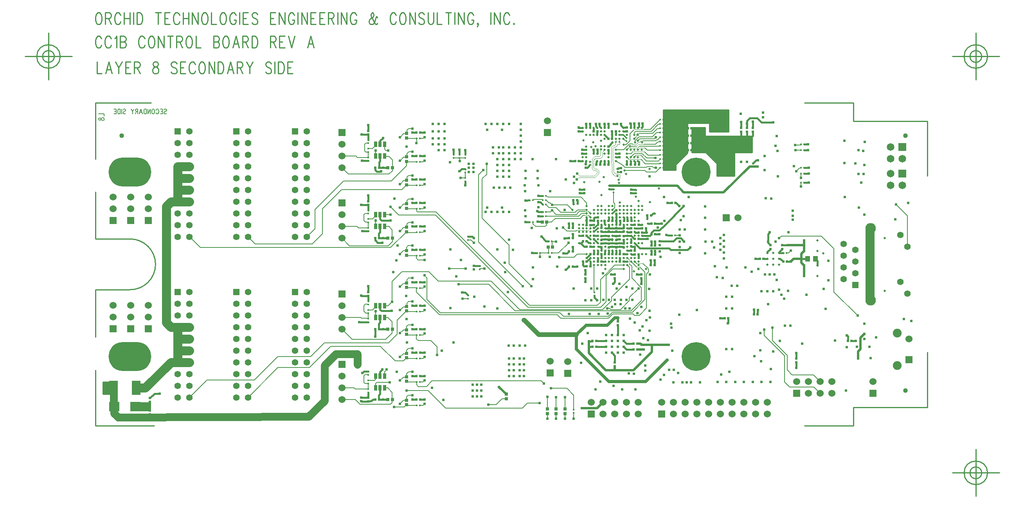
<source format=gbr>
*
*
G04 PADS 9.2 Build Number: 414666 generated Gerber (RS-274-X) file*
G04 PC Version=2.1*
*
%IN "CC1B_080118.pcb"*%
*
%MOIN*%
*
%FSLAX24Y24*%
*
*
*
*
G04 PC Standard Apertures*
*
*
G04 Thermal Relief Aperture macro.*
%AMTER*
1,1,$1,0,0*
1,0,$1-$2,0,0*
21,0,$3,$4,0,0,45*
21,0,$3,$4,0,0,135*
%
*
*
G04 Annular Aperture macro.*
%AMANN*
1,1,$1,0,0*
1,0,$2,0,0*
%
*
*
G04 Odd Aperture macro.*
%AMODD*
1,1,$1,0,0*
1,0,$1-0.005,0,0*
%
*
*
G04 PC Custom Aperture Macros*
*
*
*
*
*
*
G04 PC Aperture Table*
*
%ADD010C,0.001*%
%ADD013R,0.06X0.06*%
%ADD014C,0.06*%
%ADD021R,0.065X0.065*%
%ADD022C,0.065*%
%ADD024R,0.022X0.02*%
%ADD025C,0.02*%
%ADD026C,0.04*%
%ADD028C,0.01*%
%ADD029C,0.007*%
%ADD030C,0.05*%
%ADD031C,0.015*%
%ADD032C,0.005*%
%ADD035C,0.025*%
%ADD038C,0.019*%
%ADD040C,0.024*%
%ADD050R,0.03X0.03*%
%ADD054R,0.02X0.022*%
%ADD063C,0.008*%
%ADD064C,0.012*%
%ADD093R,0.04X0.045*%
%ADD109R,0.028X0.028*%
%ADD148R,0.025X0.045*%
%ADD197R,0.016X0.018*%
%ADD199R,0.018X0.016*%
%ADD231C,0.0045*%
%ADD232C,0.0041*%
%ADD306C,0.075*%
%ADD329C,0.246*%
%ADD330R,0.055X0.055*%
%ADD331C,0.055*%
%ADD332O,0.364X0.246*%
%ADD333C,0.09*%
%ADD334R,0.077X0.124*%
%ADD335R,0.09X0.08*%
*
*
*
*
G04 PC Circuitry*
G04 Layer Name CC1B_080118.pcb - circuitry*
%LPD*%
*
*
G04 PC Custom Flashes*
G04 Layer Name CC1B_080118.pcb - flashes*
%LPD*%
*
*
G04 PC Circuitry*
G04 Layer Name CC1B_080118.pcb - circuitry*
%LPD*%
*
G54D10*
G54D13*
G01X41000Y45000D03*
Y39000D03*
Y31250D03*
Y25250D03*
X62250Y21029D03*
X79750Y22779D03*
X58750Y24500D03*
X73750Y37750D03*
X58500Y45000D03*
X86250Y22779D03*
X60250Y24470D03*
X21500Y37529D03*
Y28279D03*
X23000Y37529D03*
Y28279D03*
X24500D03*
Y37529D03*
X68250Y21029D03*
X89291Y25644D03*
G54D14*
X41000Y44000D03*
Y43000D03*
Y42000D03*
Y38000D03*
Y37000D03*
Y36000D03*
Y30250D03*
Y29250D03*
Y28250D03*
Y24250D03*
Y23250D03*
Y22250D03*
X62250Y22029D03*
X63250Y21029D03*
Y22029D03*
X64250Y21029D03*
Y22029D03*
X65250Y21029D03*
Y22029D03*
X66250Y21029D03*
Y22029D03*
X79750Y23779D03*
X80750Y22779D03*
Y23779D03*
X81750Y22779D03*
Y23779D03*
X82750Y22779D03*
Y23779D03*
X58750Y25500D03*
X74750Y37750D03*
X58500Y46000D03*
X86250Y23779D03*
X60250Y25470D03*
X21500Y38529D03*
Y39529D03*
Y29279D03*
Y30279D03*
X23000Y38529D03*
Y39529D03*
Y29279D03*
Y30279D03*
X24500Y29279D03*
Y30279D03*
Y38529D03*
Y39529D03*
X68250Y22029D03*
X69250Y21029D03*
Y22029D03*
X70250Y21029D03*
Y22029D03*
X71250Y21029D03*
Y22029D03*
X72250Y21029D03*
Y22029D03*
X73250Y21029D03*
Y22029D03*
X74250Y21029D03*
Y22029D03*
X75250Y21029D03*
Y22029D03*
X76250Y21029D03*
Y22029D03*
X77250Y21029D03*
Y22029D03*
X89291Y27414D03*
G54D21*
X88750Y41529D03*
Y43779D03*
G54D22*
Y40529D03*
X87750Y41529D03*
Y40529D03*
X88750Y42779D03*
X87750Y43779D03*
Y42779D03*
X21925Y20725D02*
X38175Y20775D01*
X39525Y22125*
Y25150*
X40500Y26125*
X42325*
X21925Y20725D02*
Y20736D01*
X21610Y21050*
X21610D02*
Y21639D01*
X21610D02*
X21600Y21650D01*
X21575*
Y23185*
X42325Y25200D02*
Y26125D01*
G54D24*
X79700Y25735D03*
Y25415D03*
X64250Y25090D03*
Y25410D03*
X64500Y28910D03*
Y28590D03*
X24650Y20990D03*
Y21310D03*
Y22385D03*
Y22065D03*
X43250Y44840D03*
Y45160D03*
Y38840D03*
Y39160D03*
Y31090D03*
Y31410D03*
Y22410D03*
Y22090D03*
X76000Y45410D03*
Y45090D03*
X75500Y45410D03*
Y45090D03*
X75000Y45410D03*
Y45090D03*
X64370Y38388D03*
Y38068D03*
Y36892D03*
Y36572D03*
X65000Y36892D03*
Y36572D03*
X63740Y36892D03*
Y36572D03*
Y36183D03*
Y35863D03*
X64370Y35233D03*
Y35553D03*
X63110Y35233D03*
Y35553D03*
X63740Y35233D03*
Y35553D03*
X63110Y36183D03*
Y35863D03*
X64370D03*
Y36183D03*
X65000Y35233D03*
Y35553D03*
X63110Y36892D03*
Y36572D03*
X62480Y36223D03*
Y35903D03*
X65629Y39840D03*
Y40160D03*
X61653Y39840D03*
Y40160D03*
X62480Y36572D03*
Y36892D03*
X62795Y37797D03*
Y37477D03*
X65629Y35632D03*
Y35312D03*
X61750Y32910D03*
Y32590D03*
X64250Y32910D03*
Y32590D03*
X66500Y32910D03*
Y32590D03*
X65629Y36852D03*
Y36532D03*
X65000Y36183D03*
Y35863D03*
X65275Y45115D03*
Y45435D03*
X61181Y45115D03*
Y45435D03*
X64645Y43230D03*
Y42910D03*
X63700Y43501D03*
Y43821D03*
X64775Y41976D03*
Y41656D03*
X61456Y43225D03*
Y43545D03*
X61771Y42005D03*
Y42325D03*
X77500Y35410D03*
Y35090D03*
X78500Y35410D03*
Y35090D03*
G54D25*
X87250Y31529D03*
Y36029D03*
X24650Y20725D02*
Y20990D01*
X21535Y23250D02*
Y22850D01*
X20725*
X55000Y22700D02*
X54375Y23325D01*
X61425Y21525D02*
X62745D01*
X63250Y22029*
X64250Y25090D02*
Y24750D01*
X65850*
X67400Y26300*
Y26925*
X64250Y24750D02*
X63475D01*
X62025Y26200*
Y26750*
X67400Y26925D02*
X68825D01*
X62025Y26750D02*
Y27225D01*
X66525Y26925D02*
X66450Y27000D01*
X66160*
X66525Y26925D02*
X67400D01*
X66160Y26500D02*
X66700D01*
X84975Y25750D02*
Y26350D01*
X85175Y26550*
Y27525*
X85500Y27850*
X73500Y39921D02*
X70118D01*
X69566Y40472*
X69566D02*
X63779D01*
X73500Y39921D02*
X75750Y42112D01*
X76000*
X80375Y35800D02*
Y35400D01*
X78975*
X80375Y34900D02*
Y35400D01*
X79225Y34000D02*
X79475Y34250D01*
X80150*
X80375Y32775D02*
Y33675D01*
X80150Y33900*
Y34250*
Y34675*
X80375Y34900*
X76400Y42100D02*
X76388Y42112D01*
X76000*
G54D26*
X89000Y44750D03*
Y23000D03*
X22250Y44750D03*
X60975Y27775D02*
X57775D01*
X56550Y29000*
X56500*
G54D28*
X20145Y51034D02*
Y50050D01*
X20554*
X21133Y51034D02*
X20860Y50050D01*
X21133Y51034D02*
X21406Y50050D01*
X20963Y50378D02*
X21304D01*
X21713Y51034D02*
X21985Y50565D01*
X21985D02*
Y50050D01*
X22258Y51034D02*
X21985Y50565D01*
X22565Y51034D02*
Y50050D01*
Y51034D02*
X23008D01*
X22565Y50565D02*
X22838D01*
X22565Y50050D02*
X23008D01*
X23315Y51034D02*
Y50050D01*
Y51034D02*
X23622D01*
X23724Y50987*
X23724D02*
X23758Y50940D01*
X23758D02*
X23792Y50846D01*
X23792D02*
Y50753D01*
X23792D02*
X23758Y50659D01*
X23758D02*
X23724Y50612D01*
X23724D02*
X23622Y50565D01*
X23622D02*
X23315D01*
X23554D02*
X23792Y50050D01*
X25054Y51034D02*
X24951Y50987D01*
X24951D02*
X24917Y50893D01*
X24917D02*
Y50800D01*
X24917D02*
X24951Y50706D01*
X24951D02*
X25020Y50659D01*
X25156Y50612*
X25156D02*
X25258Y50565D01*
X25258D02*
X25326Y50471D01*
X25326D02*
X25360Y50378D01*
X25360D02*
Y50237D01*
X25360D02*
X25326Y50143D01*
X25326D02*
X25292Y50096D01*
X25292D02*
X25190Y50050D01*
X25054*
X24951Y50096*
X24951D02*
X24917Y50143D01*
X24917D02*
X24883Y50237D01*
X24883D02*
Y50378D01*
X24883D02*
X24917Y50471D01*
X24917D02*
X24985Y50565D01*
X24985D02*
X25088Y50612D01*
X25088D02*
X25224Y50659D01*
X25224D02*
X25292Y50706D01*
X25292D02*
X25326Y50800D01*
X25326D02*
Y50893D01*
X25326D02*
X25292Y50987D01*
X25292D02*
X25190Y51034D01*
X25054*
X26929Y50893D02*
X26860Y50987D01*
X26860D02*
X26758Y51034D01*
X26758D02*
X26622D01*
X26520Y50987*
X26520D02*
X26451Y50893D01*
X26451D02*
Y50800D01*
X26451D02*
X26485Y50706D01*
X26485D02*
X26520Y50659D01*
X26588Y50612*
X26588D02*
X26792Y50518D01*
X26792D02*
X26860Y50471D01*
X26860D02*
X26895Y50425D01*
X26929Y50331*
Y50190*
X26929D02*
X26860Y50096D01*
X26860D02*
X26758Y50050D01*
X26758D02*
X26622D01*
X26520Y50096*
X26520D02*
X26451Y50190D01*
X27235Y51034D02*
Y50050D01*
Y51034D02*
X27679D01*
X27235Y50565D02*
X27508D01*
X27235Y50050D02*
X27679D01*
X28497Y50800D02*
X28463Y50893D01*
X28463D02*
X28395Y50987D01*
X28395D02*
X28326Y51034D01*
X28326D02*
X28190D01*
X28122Y50987*
X28122D02*
X28054Y50893D01*
X28054D02*
X28020Y50800D01*
X27985Y50659*
X27985D02*
Y50425D01*
X27985D02*
X28020Y50284D01*
X28054Y50190*
X28054D02*
X28122Y50096D01*
X28122D02*
X28190Y50050D01*
X28326*
X28326D02*
X28395Y50096D01*
X28395D02*
X28463Y50190D01*
X28463D02*
X28497Y50284D01*
X29008Y51034D02*
X28940Y50987D01*
X28940D02*
X28872Y50893D01*
X28872D02*
X28838Y50800D01*
X28804Y50659*
Y50425*
X28838Y50284*
X28872Y50190*
X28872D02*
X28940Y50096D01*
X28940D02*
X29008Y50050D01*
X29008D02*
X29145D01*
X29213Y50096*
X29213D02*
X29281Y50190D01*
X29281D02*
X29315Y50284D01*
X29349Y50425*
X29349D02*
Y50659D01*
X29349D02*
X29315Y50800D01*
X29281Y50893*
X29281D02*
X29213Y50987D01*
X29213D02*
X29145Y51034D01*
X29008*
X29656D02*
Y50050D01*
Y51034D02*
X30133Y50050D01*
Y51034D02*
Y50050D01*
X30440Y51034D02*
Y50050D01*
Y51034D02*
X30679D01*
X30781Y50987*
X30781D02*
X30849Y50893D01*
X30849D02*
X30883Y50800D01*
X30883D02*
X30917Y50659D01*
X30917D02*
Y50425D01*
X30917D02*
X30883Y50284D01*
X30883D02*
X30849Y50190D01*
X30849D02*
X30781Y50096D01*
X30781D02*
X30679Y50050D01*
X30440*
X31497Y51034D02*
X31224Y50050D01*
X31497Y51034D02*
X31770Y50050D01*
X31326Y50378D02*
X31667D01*
X32076Y51034D02*
Y50050D01*
Y51034D02*
X32383D01*
X32383D02*
X32485Y50987D01*
X32485D02*
X32520Y50940D01*
X32520D02*
X32554Y50846D01*
X32554D02*
Y50753D01*
X32520Y50659*
X32485Y50612*
X32485D02*
X32383Y50565D01*
X32383D02*
X32076D01*
X32315D02*
X32554Y50050D01*
X32860Y51034D02*
X33133Y50565D01*
X33133D02*
Y50050D01*
X33406Y51034D02*
X33133Y50565D01*
X34974Y50893D02*
X34906Y50987D01*
X34906D02*
X34804Y51034D01*
X34667*
X34667D02*
X34565Y50987D01*
X34565D02*
X34497Y50893D01*
X34497D02*
Y50800D01*
X34531Y50706*
X34565Y50659*
X34633Y50612*
X34633D02*
X34838Y50518D01*
X34838D02*
X34906Y50471D01*
X34906D02*
X34940Y50425D01*
X34974Y50331*
X34974D02*
Y50190D01*
X34974D02*
X34906Y50096D01*
X34906D02*
X34804Y50050D01*
X34667*
X34667D02*
X34565Y50096D01*
X34565D02*
X34497Y50190D01*
X35281Y51034D02*
Y50050D01*
X35588Y51034D02*
Y50050D01*
Y51034D02*
X35826D01*
X35826D02*
X35929Y50987D01*
X35929D02*
X35997Y50893D01*
X35997D02*
X36031Y50800D01*
X36065Y50659*
Y50425*
X36031Y50284*
X35997Y50190*
X35997D02*
X35929Y50096D01*
X35929D02*
X35826Y50050D01*
X35826D02*
X35588D01*
X36372Y51034D02*
Y50050D01*
Y51034D02*
X36815D01*
X36372Y50565D02*
X36645D01*
X36372Y50050D02*
X36815D01*
X20511Y53000D02*
X20477Y53093D01*
X20477D02*
X20409Y53187D01*
X20409D02*
X20340Y53234D01*
X20340D02*
X20204D01*
X20204D02*
X20136Y53187D01*
X20136D02*
X20068Y53093D01*
X20068D02*
X20034Y53000D01*
X20000Y52859*
Y52625*
X20034Y52484*
X20068Y52390*
X20068D02*
X20136Y52296D01*
X20136D02*
X20204Y52250D01*
X20204D02*
X20340D01*
X20340D02*
X20409Y52296D01*
X20409D02*
X20477Y52390D01*
X20477D02*
X20511Y52484D01*
X21329Y53000D02*
X21295Y53093D01*
X21295D02*
X21227Y53187D01*
X21227D02*
X21159Y53234D01*
X21022*
X21022D02*
X20954Y53187D01*
X20954D02*
X20886Y53093D01*
X20886D02*
X20852Y53000D01*
X20818Y52859*
Y52625*
X20852Y52484*
X20886Y52390*
X20886D02*
X20954Y52296D01*
X20954D02*
X21022Y52250D01*
X21022D02*
X21159D01*
X21227Y52296*
X21227D02*
X21295Y52390D01*
X21295D02*
X21329Y52484D01*
X21636Y53046D02*
X21704Y53093D01*
X21704D02*
X21806Y53234D01*
X21806D02*
Y52250D01*
X22113Y53234D02*
Y52250D01*
Y53234D02*
X22420D01*
X22522Y53187*
X22522D02*
X22556Y53140D01*
X22556D02*
X22590Y53046D01*
X22590D02*
Y52953D01*
X22590D02*
X22556Y52859D01*
X22556D02*
X22522Y52812D01*
X22522D02*
X22420Y52765D01*
X22113D02*
X22420D01*
X22420D02*
X22522Y52718D01*
X22522D02*
X22556Y52671D01*
X22556D02*
X22590Y52578D01*
X22590D02*
Y52437D01*
X22590D02*
X22556Y52343D01*
X22556D02*
X22522Y52296D01*
X22522D02*
X22420Y52250D01*
X22113*
X24193Y53000D02*
X24159Y53093D01*
X24159D02*
X24090Y53187D01*
X24090D02*
X24022Y53234D01*
X24022D02*
X23886D01*
X23818Y53187*
X23818D02*
X23750Y53093D01*
X23750D02*
X23715Y53000D01*
X23715D02*
X23681Y52859D01*
X23681D02*
Y52625D01*
X23681D02*
X23715Y52484D01*
X23715D02*
X23750Y52390D01*
X23750D02*
X23818Y52296D01*
X23818D02*
X23886Y52250D01*
X24022*
X24022D02*
X24090Y52296D01*
X24090D02*
X24159Y52390D01*
X24159D02*
X24193Y52484D01*
X24704Y53234D02*
X24636Y53187D01*
X24636D02*
X24568Y53093D01*
X24568D02*
X24534Y53000D01*
X24500Y52859*
Y52625*
X24534Y52484*
X24568Y52390*
X24568D02*
X24636Y52296D01*
X24636D02*
X24704Y52250D01*
X24704D02*
X24840D01*
X24840D02*
X24909Y52296D01*
X24909D02*
X24977Y52390D01*
X24977D02*
X25011Y52484D01*
X25045Y52625*
Y52859*
X25011Y53000*
X24977Y53093*
X24977D02*
X24909Y53187D01*
X24909D02*
X24840Y53234D01*
X24840D02*
X24704D01*
X25352D02*
Y52250D01*
Y53234D02*
X25829Y52250D01*
Y53234D02*
Y52250D01*
X26375Y53234D02*
Y52250D01*
X26136Y53234D02*
X26613D01*
X26920D02*
Y52250D01*
Y53234D02*
X27227D01*
X27329Y53187*
X27329D02*
X27363Y53140D01*
X27363D02*
X27397Y53046D01*
X27397D02*
Y52953D01*
X27397D02*
X27363Y52859D01*
X27363D02*
X27329Y52812D01*
X27329D02*
X27227Y52765D01*
X27227D02*
X26920D01*
X27159D02*
X27397Y52250D01*
X27909Y53234D02*
X27840Y53187D01*
X27840D02*
X27772Y53093D01*
X27772D02*
X27738Y53000D01*
X27738D02*
X27704Y52859D01*
X27704D02*
Y52625D01*
X27704D02*
X27738Y52484D01*
X27738D02*
X27772Y52390D01*
X27772D02*
X27840Y52296D01*
X27840D02*
X27909Y52250D01*
X28045*
X28113Y52296*
X28113D02*
X28181Y52390D01*
X28181D02*
X28215Y52484D01*
X28215D02*
X28250Y52625D01*
Y52859*
X28215Y53000*
X28215D02*
X28181Y53093D01*
X28181D02*
X28113Y53187D01*
X28113D02*
X28045Y53234D01*
X27909*
X28556D02*
Y52250D01*
X28556D02*
X28965D01*
X30056Y53234D02*
Y52250D01*
Y53234D02*
X30363D01*
X30363D02*
X30465Y53187D01*
X30465D02*
X30500Y53140D01*
X30500D02*
X30534Y53046D01*
X30534D02*
Y52953D01*
X30500Y52859*
X30465Y52812*
X30465D02*
X30363Y52765D01*
X30056D02*
X30363D01*
X30363D02*
X30465Y52718D01*
X30465D02*
X30500Y52671D01*
X30500D02*
X30534Y52578D01*
Y52437*
X30534D02*
X30500Y52343D01*
X30500D02*
X30465Y52296D01*
X30465D02*
X30363Y52250D01*
X30363D02*
X30056D01*
X31045Y53234D02*
X30977Y53187D01*
X30977D02*
X30909Y53093D01*
X30909D02*
X30875Y53000D01*
X30840Y52859*
X30840D02*
Y52625D01*
X30840D02*
X30875Y52484D01*
X30909Y52390*
X30909D02*
X30977Y52296D01*
X30977D02*
X31045Y52250D01*
X31181*
X31181D02*
X31250Y52296D01*
X31250D02*
X31318Y52390D01*
X31318D02*
X31352Y52484D01*
X31386Y52625*
Y52859*
X31352Y53000*
X31318Y53093*
X31318D02*
X31250Y53187D01*
X31250D02*
X31181Y53234D01*
X31181D02*
X31045D01*
X31965D02*
X31693Y52250D01*
X31965Y53234D02*
X32238Y52250D01*
X31795Y52578D02*
X32136D01*
X32545Y53234D02*
Y52250D01*
Y53234D02*
X32852D01*
X32954Y53187*
X32954D02*
X32988Y53140D01*
X32988D02*
X33022Y53046D01*
X33022D02*
Y52953D01*
X33022D02*
X32988Y52859D01*
X32988D02*
X32954Y52812D01*
X32954D02*
X32852Y52765D01*
X32852D02*
X32545D01*
X32784D02*
X33022Y52250D01*
X33329Y53234D02*
Y52250D01*
Y53234D02*
X33568D01*
X33670Y53187*
X33670D02*
X33738Y53093D01*
X33738D02*
X33772Y53000D01*
X33772D02*
X33806Y52859D01*
X33806D02*
Y52625D01*
X33806D02*
X33772Y52484D01*
X33772D02*
X33738Y52390D01*
X33738D02*
X33670Y52296D01*
X33670D02*
X33568Y52250D01*
X33329*
X34897Y53234D02*
Y52250D01*
Y53234D02*
X35204D01*
X35204D02*
X35306Y53187D01*
X35306D02*
X35340Y53140D01*
X35340D02*
X35375Y53046D01*
X35375D02*
Y52953D01*
X35340Y52859*
X35340D02*
X35306Y52812D01*
X35306D02*
X35204Y52765D01*
X35204D02*
X34897D01*
X35136D02*
X35375Y52250D01*
X35681Y53234D02*
Y52250D01*
Y53234D02*
X36125D01*
X35681Y52765D02*
X35954D01*
X35681Y52250D02*
X36125D01*
X36431Y53234D02*
X36704Y52250D01*
X36977Y53234D02*
X36704Y52250D01*
X38340Y53234D02*
X38068Y52250D01*
X38340Y53234D02*
X38613Y52250D01*
X38170Y52578D02*
X38511D01*
X20204Y55234D02*
X20136Y55187D01*
X20136D02*
X20068Y55093D01*
X20068D02*
X20034Y55000D01*
X20000Y54859*
Y54625*
X20034Y54484*
X20068Y54390*
X20068D02*
X20136Y54296D01*
X20136D02*
X20204Y54250D01*
X20204D02*
X20340D01*
X20340D02*
X20409Y54296D01*
X20409D02*
X20477Y54390D01*
X20477D02*
X20511Y54484D01*
X20545Y54625*
Y54859*
X20511Y55000*
X20477Y55093*
X20477D02*
X20409Y55187D01*
X20409D02*
X20340Y55234D01*
X20340D02*
X20204D01*
X20852D02*
Y54250D01*
Y55234D02*
X21159D01*
X21261Y55187*
X21261D02*
X21295Y55140D01*
X21295D02*
X21329Y55046D01*
X21329D02*
Y54953D01*
X21329D02*
X21295Y54859D01*
X21261Y54812*
X21261D02*
X21159Y54765D01*
X21159D02*
X20852D01*
X21090D02*
X21329Y54250D01*
X22147Y55000D02*
X22113Y55093D01*
X22113D02*
X22045Y55187D01*
X22045D02*
X21977Y55234D01*
X21840*
X21840D02*
X21772Y55187D01*
X21772D02*
X21704Y55093D01*
X21704D02*
X21670Y55000D01*
X21636Y54859*
Y54625*
X21670Y54484*
X21704Y54390*
X21704D02*
X21772Y54296D01*
X21772D02*
X21840Y54250D01*
X21840D02*
X21977D01*
X22045Y54296*
X22045D02*
X22113Y54390D01*
X22113D02*
X22147Y54484D01*
X22454Y55234D02*
Y54250D01*
X22931Y55234D02*
Y54250D01*
X22454Y54765D02*
X22931D01*
X23238Y55234D02*
Y54250D01*
X23545Y55234D02*
Y54250D01*
Y55234D02*
X23784D01*
X23886Y55187*
X23886D02*
X23954Y55093D01*
X23954D02*
X23988Y55000D01*
X23988D02*
X24022Y54859D01*
X24022D02*
Y54625D01*
X24022D02*
X23988Y54484D01*
X23988D02*
X23954Y54390D01*
X23954D02*
X23886Y54296D01*
X23886D02*
X23784Y54250D01*
X23545*
X25352Y55234D02*
Y54250D01*
X25113Y55234D02*
X25590D01*
X25897D02*
Y54250D01*
Y55234D02*
X26340D01*
X25897Y54765D02*
X26170D01*
X25897Y54250D02*
X26340D01*
X27159Y55000D02*
X27125Y55093D01*
X27125D02*
X27056Y55187D01*
X27056D02*
X26988Y55234D01*
X26988D02*
X26852D01*
X26784Y55187*
X26784D02*
X26715Y55093D01*
X26715D02*
X26681Y55000D01*
X26681D02*
X26647Y54859D01*
X26647D02*
Y54625D01*
X26647D02*
X26681Y54484D01*
X26681D02*
X26715Y54390D01*
X26715D02*
X26784Y54296D01*
X26784D02*
X26852Y54250D01*
X26988*
X26988D02*
X27056Y54296D01*
X27056D02*
X27125Y54390D01*
X27125D02*
X27159Y54484D01*
X27465Y55234D02*
Y54250D01*
X27943Y55234D02*
Y54250D01*
X27465Y54765D02*
X27943D01*
X28250Y55234D02*
Y54250D01*
Y55234D02*
X28727Y54250D01*
Y55234D02*
Y54250D01*
X29238Y55234D02*
X29170Y55187D01*
X29170D02*
X29102Y55093D01*
X29102D02*
X29068Y55000D01*
X29034Y54859*
Y54625*
X29068Y54484*
X29102Y54390*
X29102D02*
X29170Y54296D01*
X29170D02*
X29238Y54250D01*
X29238D02*
X29375D01*
X29443Y54296*
X29443D02*
X29511Y54390D01*
X29511D02*
X29545Y54484D01*
X29579Y54625*
X29579D02*
Y54859D01*
X29579D02*
X29545Y55000D01*
X29511Y55093*
X29511D02*
X29443Y55187D01*
X29443D02*
X29375Y55234D01*
X29238*
X29886D02*
Y54250D01*
X30295*
X30806Y55234D02*
X30738Y55187D01*
X30738D02*
X30670Y55093D01*
X30670D02*
X30636Y55000D01*
X30602Y54859*
Y54625*
X30636Y54484*
X30670Y54390*
X30670D02*
X30738Y54296D01*
X30738D02*
X30806Y54250D01*
X30806D02*
X30943D01*
X31011Y54296*
X31011D02*
X31079Y54390D01*
X31079D02*
X31113Y54484D01*
X31113D02*
X31147Y54625D01*
X31147D02*
Y54859D01*
X31147D02*
X31113Y55000D01*
X31113D02*
X31079Y55093D01*
X31079D02*
X31011Y55187D01*
X31011D02*
X30943Y55234D01*
X30806*
X31965Y55000D02*
X31931Y55093D01*
X31931D02*
X31863Y55187D01*
X31863D02*
X31795Y55234D01*
X31659*
X31590Y55187*
X31590D02*
X31522Y55093D01*
X31522D02*
X31488Y55000D01*
X31488D02*
X31454Y54859D01*
X31454D02*
Y54625D01*
X31454D02*
X31488Y54484D01*
X31488D02*
X31522Y54390D01*
X31522D02*
X31590Y54296D01*
X31590D02*
X31659Y54250D01*
X31795*
X31863Y54296*
X31863D02*
X31931Y54390D01*
X31931D02*
X31965Y54484D01*
X31965D02*
Y54625D01*
X31795D02*
X31965D01*
X32272Y55234D02*
Y54250D01*
X32579Y55234D02*
Y54250D01*
Y55234D02*
X33022D01*
X32579Y54765D02*
X32852D01*
X32579Y54250D02*
X33022D01*
X33806Y55093D02*
X33738Y55187D01*
X33738D02*
X33636Y55234D01*
X33500*
X33397Y55187*
X33397D02*
X33329Y55093D01*
X33329D02*
Y55000D01*
X33329D02*
X33363Y54906D01*
X33363D02*
X33397Y54859D01*
X33397D02*
X33465Y54812D01*
X33465D02*
X33670Y54718D01*
X33670D02*
X33738Y54671D01*
X33738D02*
X33772Y54625D01*
X33772D02*
X33806Y54531D01*
X33806D02*
Y54390D01*
X33806D02*
X33738Y54296D01*
X33738D02*
X33636Y54250D01*
X33500*
X33397Y54296*
X33397D02*
X33329Y54390D01*
X34897Y55234D02*
Y54250D01*
Y55234D02*
X35340D01*
X34897Y54765D02*
X35170D01*
X34897Y54250D02*
X35340D01*
X35647Y55234D02*
Y54250D01*
Y55234D02*
X36125Y54250D01*
Y55234D02*
Y54250D01*
X36943Y55000D02*
X36909Y55093D01*
X36909D02*
X36840Y55187D01*
X36840D02*
X36772Y55234D01*
X36772D02*
X36636D01*
X36568Y55187*
X36568D02*
X36500Y55093D01*
X36500D02*
X36465Y55000D01*
X36465D02*
X36431Y54859D01*
X36431D02*
Y54625D01*
X36431D02*
X36465Y54484D01*
X36465D02*
X36500Y54390D01*
X36500D02*
X36568Y54296D01*
X36568D02*
X36636Y54250D01*
X36772*
X36772D02*
X36840Y54296D01*
X36840D02*
X36909Y54390D01*
X36909D02*
X36943Y54484D01*
Y54625*
X36772D02*
X36943D01*
X37250Y55234D02*
Y54250D01*
X37556Y55234D02*
Y54250D01*
Y55234D02*
X38034Y54250D01*
Y55234D02*
Y54250D01*
X38340Y55234D02*
Y54250D01*
Y55234D02*
X38784D01*
X38340Y54765D02*
X38613D01*
X38340Y54250D02*
X38784D01*
X39090Y55234D02*
Y54250D01*
Y55234D02*
X39534D01*
X39090Y54765D02*
X39363D01*
X39090Y54250D02*
X39534D01*
X39840Y55234D02*
Y54250D01*
Y55234D02*
X40147D01*
X40147D02*
X40250Y55187D01*
X40250D02*
X40284Y55140D01*
X40284D02*
X40318Y55046D01*
X40318D02*
Y54953D01*
X40284Y54859*
X40250Y54812*
X40250D02*
X40147Y54765D01*
X40147D02*
X39840D01*
X40079D02*
X40318Y54250D01*
X40625Y55234D02*
Y54250D01*
X40931Y55234D02*
Y54250D01*
Y55234D02*
X41409Y54250D01*
Y55234D02*
Y54250D01*
X42227Y55000D02*
X42193Y55093D01*
X42193D02*
X42125Y55187D01*
X42125D02*
X42056Y55234D01*
X42056D02*
X41920D01*
X41852Y55187*
X41852D02*
X41784Y55093D01*
X41784D02*
X41750Y55000D01*
X41715Y54859*
X41715D02*
Y54625D01*
X41715D02*
X41750Y54484D01*
X41784Y54390*
X41784D02*
X41852Y54296D01*
X41852D02*
X41920Y54250D01*
X42056*
X42056D02*
X42125Y54296D01*
X42125D02*
X42193Y54390D01*
X42193D02*
X42227Y54484D01*
Y54625*
X42056D02*
X42227D01*
X44000Y54812D02*
Y54859D01*
X43965Y54906*
X43965D02*
X43931D01*
X43931D02*
X43897Y54859D01*
X43897D02*
X43863Y54765D01*
X43863D02*
X43795Y54531D01*
X43727Y54390*
X43727D02*
X43659Y54296D01*
X43659D02*
X43590Y54250D01*
X43590D02*
X43454D01*
X43454D02*
X43386Y54296D01*
X43386D02*
X43352Y54343D01*
X43352D02*
X43318Y54437D01*
X43318D02*
Y54531D01*
X43352Y54625*
X43386Y54671*
X43386D02*
X43625Y54859D01*
X43659Y54906*
X43693Y55000*
Y55093*
X43693D02*
X43659Y55187D01*
X43659D02*
X43590Y55234D01*
X43590D02*
X43522Y55187D01*
X43522D02*
X43488Y55093D01*
X43488D02*
Y55000D01*
X43488D02*
X43522Y54859D01*
X43522D02*
X43590Y54718D01*
X43590D02*
X43761Y54390D01*
X43761D02*
X43829Y54296D01*
X43829D02*
X43897Y54250D01*
X43897D02*
X43965D01*
X43965D02*
X44000Y54296D01*
X44000D02*
Y54343D01*
X45602Y55000D02*
X45568Y55093D01*
X45568D02*
X45500Y55187D01*
X45500D02*
X45431Y55234D01*
X45431D02*
X45295D01*
X45227Y55187*
X45227D02*
X45159Y55093D01*
X45159D02*
X45125Y55000D01*
X45090Y54859*
X45090D02*
Y54625D01*
X45090D02*
X45125Y54484D01*
X45159Y54390*
X45159D02*
X45227Y54296D01*
X45227D02*
X45295Y54250D01*
X45431*
X45431D02*
X45500Y54296D01*
X45500D02*
X45568Y54390D01*
X45568D02*
X45602Y54484D01*
X46113Y55234D02*
X46045Y55187D01*
X46045D02*
X45977Y55093D01*
X45977D02*
X45943Y55000D01*
X45909Y54859*
Y54625*
X45943Y54484*
X45977Y54390*
X45977D02*
X46045Y54296D01*
X46045D02*
X46113Y54250D01*
X46113D02*
X46250D01*
X46318Y54296*
X46318D02*
X46386Y54390D01*
X46386D02*
X46420Y54484D01*
X46454Y54625*
X46454D02*
Y54859D01*
X46454D02*
X46420Y55000D01*
X46386Y55093*
X46386D02*
X46318Y55187D01*
X46318D02*
X46250Y55234D01*
X46113*
X46761D02*
Y54250D01*
Y55234D02*
X47238Y54250D01*
Y55234D02*
Y54250D01*
X48022Y55093D02*
X47954Y55187D01*
X47954D02*
X47852Y55234D01*
X47715*
X47715D02*
X47613Y55187D01*
X47613D02*
X47545Y55093D01*
X47545D02*
Y55000D01*
X47579Y54906*
X47579D02*
X47613Y54859D01*
X47613D02*
X47681Y54812D01*
X47681D02*
X47886Y54718D01*
X47886D02*
X47954Y54671D01*
X47954D02*
X47988Y54625D01*
X47988D02*
X48022Y54531D01*
X48022D02*
Y54390D01*
X48022D02*
X47954Y54296D01*
X47954D02*
X47852Y54250D01*
X47715*
X47715D02*
X47613Y54296D01*
X47613D02*
X47545Y54390D01*
X48329Y55234D02*
Y54531D01*
X48329D02*
X48363Y54390D01*
X48363D02*
X48431Y54296D01*
X48431D02*
X48534Y54250D01*
X48602*
X48704Y54296*
X48704D02*
X48772Y54390D01*
X48772D02*
X48806Y54531D01*
X48806D02*
Y55234D01*
X49113D02*
Y54250D01*
X49113D02*
X49522D01*
X50068Y55234D02*
Y54250D01*
X49829Y55234D02*
X50306D01*
X50613D02*
Y54250D01*
X50920Y55234D02*
Y54250D01*
Y55234D02*
X51397Y54250D01*
Y55234D02*
Y54250D01*
X52215Y55000D02*
X52181Y55093D01*
X52181D02*
X52113Y55187D01*
X52113D02*
X52045Y55234D01*
X51909*
X51840Y55187*
X51840D02*
X51772Y55093D01*
X51772D02*
X51738Y55000D01*
X51738D02*
X51704Y54859D01*
X51704D02*
Y54625D01*
X51704D02*
X51738Y54484D01*
X51738D02*
X51772Y54390D01*
X51772D02*
X51840Y54296D01*
X51840D02*
X51909Y54250D01*
X52045*
X52113Y54296*
X52113D02*
X52181Y54390D01*
X52181D02*
X52215Y54484D01*
X52215D02*
Y54625D01*
X52045D02*
X52215D01*
X52590Y54296D02*
X52556Y54250D01*
X52556D02*
X52522Y54296D01*
X52522D02*
X52556Y54343D01*
X52556D02*
X52590Y54296D01*
X52590D02*
Y54203D01*
X52590D02*
X52556Y54109D01*
X52556D02*
X52522Y54062D01*
X53681Y55234D02*
Y54250D01*
X53988Y55234D02*
Y54250D01*
Y55234D02*
X54465Y54250D01*
Y55234D02*
Y54250D01*
X55284Y55000D02*
X55250Y55093D01*
X55250D02*
X55181Y55187D01*
X55181D02*
X55113Y55234D01*
X55113D02*
X54977D01*
X54909Y55187*
X54909D02*
X54840Y55093D01*
X54840D02*
X54806Y55000D01*
X54806D02*
X54772Y54859D01*
X54772D02*
Y54625D01*
X54772D02*
X54806Y54484D01*
X54806D02*
X54840Y54390D01*
X54840D02*
X54909Y54296D01*
X54909D02*
X54977Y54250D01*
X55113*
X55113D02*
X55181Y54296D01*
X55181D02*
X55250Y54390D01*
X55250D02*
X55284Y54484D01*
X55625Y54343D02*
X55590Y54296D01*
X55590D02*
X55625Y54250D01*
X55659Y54296*
X55659D02*
X55625Y54343D01*
X64775Y41656D02*
X64499Y41659D01*
X68375Y46950D02*
Y41800D01*
X69450*
Y42270*
X69450D02*
X70450Y43270D01*
X70450D02*
Y45800D01*
X72300*
Y45075*
X73950*
Y46950*
X68375*
X70800Y45450D02*
X71950D01*
Y44700*
X75950*
Y43300*
X74450*
Y41300*
X72925*
Y42395*
X72925D02*
X72020Y43300D01*
X72020D02*
X70800D01*
Y45450*
X20650Y23750D02*
Y22725D01*
X21500*
Y23750*
X20650*
X23525Y21333D02*
X23533Y21325D01*
X24600*
Y21975*
X23525*
Y21333*
X68375Y46929D02*
X73950D01*
X68375Y46839D02*
X73950D01*
X68375Y46749D02*
X73950D01*
X68375Y46659D02*
X73950D01*
X68375Y46569D02*
X73950D01*
X68375Y46479D02*
X73950D01*
X68375Y46389D02*
X73950D01*
X68375Y46299D02*
X73950D01*
X68375Y46209D02*
X73950D01*
X68375Y46119D02*
X73950D01*
X68375Y46029D02*
X73950D01*
X68375Y45939D02*
X73950D01*
X68375Y45849D02*
X73950D01*
X72300Y45759D02*
X73950D01*
X72300Y45669D02*
X73950D01*
X72300Y45579D02*
X73950D01*
X72300Y45489D02*
X73950D01*
X72300Y45399D02*
X73950D01*
X72300Y45309D02*
X73950D01*
X72300Y45219D02*
X73950D01*
X72300Y45129D02*
X73950D01*
X68375Y45759D02*
X70450D01*
X68375Y45669D02*
X70450D01*
X68375Y45579D02*
X70450D01*
X68375Y45489D02*
X70450D01*
X68375Y45399D02*
X70450D01*
X68375Y45309D02*
X70450D01*
X68375Y45219D02*
X70450D01*
X68375Y45129D02*
X70450D01*
X68375Y45039D02*
X70450D01*
X68375Y44949D02*
X70450D01*
X68375Y44859D02*
X70450D01*
X68375Y44769D02*
X70450D01*
X68375Y44679D02*
X70450D01*
X68375Y44589D02*
X70450D01*
X68375Y44499D02*
X70450D01*
X68375Y44409D02*
X70450D01*
X68375Y44319D02*
X70450D01*
X68375Y44229D02*
X70450D01*
X68375Y44139D02*
X70450D01*
X68375Y44049D02*
X70450D01*
X68375Y43959D02*
X70450D01*
X68375Y43869D02*
X70450D01*
X68375Y43779D02*
X70450D01*
X68375Y43689D02*
X70450D01*
X68375Y43599D02*
X70450D01*
X68375Y43509D02*
X70450D01*
X68375Y43419D02*
X70450D01*
X68375Y43329D02*
X70450D01*
X68375Y43239D02*
X70419D01*
X68375Y43149D02*
X70329D01*
X68375Y43059D02*
X70239D01*
X68375Y42969D02*
X70149D01*
X68375Y42879D02*
X70059D01*
X68375Y42789D02*
X69969D01*
X68375Y42699D02*
X69879D01*
X68375Y42609D02*
X69789D01*
X68375Y42519D02*
X69699D01*
X68375Y42429D02*
X69609D01*
X68375Y42339D02*
X69519D01*
X68375Y42249D02*
X69450D01*
X68375Y42159D02*
X69450D01*
X68375Y42069D02*
X69450D01*
X68375Y41979D02*
X69450D01*
X68375Y41889D02*
X69450D01*
X70800Y44629D02*
X75950D01*
X70800Y44539D02*
X75950D01*
X70800Y44449D02*
X75950D01*
X70800Y44359D02*
X75950D01*
X70800Y44269D02*
X75950D01*
X70800Y44179D02*
X75950D01*
X70800Y44089D02*
X75950D01*
X70800Y43999D02*
X75950D01*
X70800Y43909D02*
X75950D01*
X70800Y43819D02*
X75950D01*
X70800Y43729D02*
X75950D01*
X70800Y43639D02*
X75950D01*
X70800Y43549D02*
X75950D01*
X70800Y43459D02*
X75950D01*
X70800Y43369D02*
X75950D01*
X72040Y43279D02*
X74450D01*
X72130Y43189D02*
X74450D01*
X72220Y43099D02*
X74450D01*
X72310Y43009D02*
X74450D01*
X72400Y42919D02*
X74450D01*
X72490Y42829D02*
X74450D01*
X72580Y42739D02*
X74450D01*
X72670Y42649D02*
X74450D01*
X72760Y42559D02*
X74450D01*
X72850Y42469D02*
X74450D01*
X72925Y42379D02*
X74450D01*
X72925Y42289D02*
X74450D01*
X72925Y42199D02*
X74450D01*
X72925Y42109D02*
X74450D01*
X72925Y42019D02*
X74450D01*
X72925Y41929D02*
X74450D01*
X72925Y41839D02*
X74450D01*
X72925Y41749D02*
X74450D01*
X72925Y41659D02*
X74450D01*
X72925Y41569D02*
X74450D01*
X72925Y41479D02*
X74450D01*
X72925Y41389D02*
X74450D01*
X70800Y45439D02*
X71950D01*
X70800Y45349D02*
X71950D01*
X70800Y45259D02*
X71950D01*
X70800Y45169D02*
X71950D01*
X70800Y45079D02*
X71950D01*
X70800Y44989D02*
X71950D01*
X70800Y44899D02*
X71950D01*
X70800Y44809D02*
X71950D01*
X70800Y44719D02*
X71950D01*
X20650Y23714D02*
X21500D01*
X20650Y23624D02*
X21500D01*
X20650Y23534D02*
X21500D01*
X20650Y23444D02*
X21500D01*
X20650Y23354D02*
X21500D01*
X20650Y23264D02*
X21500D01*
X20650Y23174D02*
X21500D01*
X20650Y23084D02*
X21500D01*
X20650Y22994D02*
X21500D01*
X20650Y22904D02*
X21500D01*
X20650Y22814D02*
X21500D01*
X23525Y21954D02*
X24600D01*
X23525Y21864D02*
X24600D01*
X23525Y21774D02*
X24600D01*
X23525Y21684D02*
X24600D01*
X23525Y21594D02*
X24600D01*
X23525Y21504D02*
X24600D01*
X23525Y21414D02*
X24600D01*
X17000Y51500D02*
G75*
G03X17000I-1000J0D01*
G01X16500D02*
G03X16500I-500J0D01*
G01X16000Y53500D02*
Y49500D01*
X14000Y51500D02*
X18000D01*
X96000D02*
G03X96000I-1000J0D01*
G01X95500D02*
G03X95500I-500J0D01*
G01X95000Y53500D02*
Y49500D01*
X93000Y51500D02*
X97000D01*
X96000Y16000D02*
G03X96000I-1000J0D01*
G01X95500D02*
G03X95500I-500J0D01*
G01X95000Y18000D02*
Y14000D01*
X93000Y16000D02*
X97000D01*
X25000Y20000D02*
X20000D01*
Y24750*
Y42750D02*
Y47560D01*
X24750*
X80410Y47559D02*
X84565D01*
Y45985*
X90865*
Y41300*
X80403Y20000D02*
X84568D01*
Y21573*
X90867*
Y26270*
X20000Y27596D02*
Y31614D01*
X22950*
G03X22949Y35940I7J2163*
G01X22950D02*
X20000D01*
Y39956*
G54D29*
X25853Y46965D02*
X25882Y47006D01*
X25882D02*
X25927Y47026D01*
X25927D02*
X25986D01*
X25986D02*
X26030Y47006D01*
X26060Y46965*
X26060D02*
Y46925D01*
X26045Y46884*
X26030Y46864*
X26000Y46843*
X26000D02*
X25912Y46803D01*
X25882Y46782*
X25882D02*
X25868Y46762D01*
X25868D02*
X25853Y46721D01*
X25853D02*
Y46660D01*
X25853D02*
X25882Y46620D01*
X25882D02*
X25927Y46600D01*
X25986*
X26030Y46620*
X26060Y46660*
X25720Y47026D02*
Y46600D01*
Y47026D02*
X25528D01*
X25720Y46823D02*
X25602D01*
X25720Y46600D02*
X25528D01*
X25173Y46925D02*
X25188Y46965D01*
X25188D02*
X25218Y47006D01*
X25247Y47026*
X25247D02*
X25306D01*
X25306D02*
X25336Y47006D01*
X25365Y46965*
X25365D02*
X25380Y46925D01*
X25395Y46864*
Y46762*
X25395D02*
X25380Y46701D01*
X25380D02*
X25365Y46660D01*
X25365D02*
X25336Y46620D01*
X25306Y46600*
X25306D02*
X25247D01*
X25247D02*
X25218Y46620D01*
X25188Y46660*
X25188D02*
X25173Y46701D01*
X24952Y47026D02*
X24981Y47006D01*
X24981D02*
X25011Y46965D01*
X25011D02*
X25025Y46925D01*
X25025D02*
X25040Y46864D01*
X25040D02*
Y46762D01*
X25040D02*
X25025Y46701D01*
X25025D02*
X25011Y46660D01*
X25011D02*
X24981Y46620D01*
X24981D02*
X24952Y46600D01*
X24893*
X24863Y46620*
X24833Y46660*
X24833D02*
X24819Y46701D01*
X24819D02*
X24804Y46762D01*
X24804D02*
Y46864D01*
X24819Y46925*
X24833Y46965*
X24833D02*
X24863Y47006D01*
X24893Y47026*
X24893D02*
X24952D01*
X24671D02*
Y46600D01*
Y47026D02*
X24464Y46600D01*
Y47026D02*
Y46600D01*
X24331Y47026D02*
Y46600D01*
Y47026D02*
X24228D01*
X24228D02*
X24183Y47006D01*
X24183D02*
X24154Y46965D01*
X24154D02*
X24139Y46925D01*
X24139D02*
X24124Y46864D01*
X24124D02*
Y46762D01*
X24124D02*
X24139Y46701D01*
X24139D02*
X24154Y46660D01*
X24154D02*
X24183Y46620D01*
X24183D02*
X24228Y46600D01*
X24331*
X23873Y47026D02*
X23991Y46600D01*
X23873Y47026D02*
X23755Y46600D01*
X23947Y46742D02*
X23799D01*
X23622Y47026D02*
Y46600D01*
Y47026D02*
X23489D01*
X23489D02*
X23445Y47006D01*
X23430Y46985*
X23430D02*
X23415Y46945D01*
X23415D02*
Y46904D01*
X23415D02*
X23430Y46864D01*
X23445Y46843*
X23445D02*
X23489Y46823D01*
X23489D02*
X23622D01*
X23519D02*
X23415Y46600D01*
X23282Y47026D02*
X23164Y46823D01*
X23164D02*
Y46600D01*
X23046Y47026D02*
X23164Y46823D01*
X22366Y46965D02*
X22396Y47006D01*
X22440Y47026*
X22440D02*
X22499D01*
X22499D02*
X22544Y47006D01*
X22573Y46965*
X22573D02*
Y46925D01*
X22573D02*
X22558Y46884D01*
X22558D02*
X22544Y46864D01*
X22514Y46843*
X22514D02*
X22425Y46803D01*
X22425D02*
X22396Y46782D01*
X22396D02*
X22381Y46762D01*
X22381D02*
X22366Y46721D01*
X22366D02*
Y46660D01*
X22366D02*
X22396Y46620D01*
X22440Y46600*
X22440D02*
X22499D01*
X22499D02*
X22544Y46620D01*
X22573Y46660*
X22233Y47026D02*
Y46600D01*
X22100Y47026D02*
Y46600D01*
Y47026D02*
X21997D01*
X21997D02*
X21953Y47006D01*
X21923Y46965*
X21923D02*
X21908Y46925D01*
X21908D02*
X21894Y46864D01*
Y46762*
X21894D02*
X21908Y46701D01*
X21908D02*
X21923Y46660D01*
X21923D02*
X21953Y46620D01*
X21997Y46600*
X21997D02*
X22100D01*
X21761Y47026D02*
Y46600D01*
Y47026D02*
X21569D01*
X21761Y46823D02*
X21643D01*
X21761Y46600D02*
X21569D01*
G54D30*
X21575Y23185D02*
X21535Y23250D01*
X42325Y26125D02*
Y26150D01*
Y25200D02*
Y25675D01*
G54D31*
X24650Y21700D02*
Y22065D01*
X23400Y21650D02*
Y21850D01*
X24150*
X24650Y22385D02*
X25025Y22750D01*
X25475*
X24650Y21310D02*
Y21700D01*
X43250Y22090D02*
X43260Y22100D01*
X43475*
X43625Y22250*
X43840*
X43250Y22090D02*
X42660D01*
X42650Y22100*
X43250Y22862D02*
Y22410D01*
X42650*
Y22425*
X47000Y22250D02*
X47340D01*
X44500D02*
X44910D01*
X47660D02*
X48025D01*
X44160D02*
X44150Y22265D01*
Y22625*
X44250Y22725*
Y23250*
X44160Y22250D02*
X44500D01*
X63750Y23775D02*
X64500D01*
X65250*
X42750Y24500D02*
X42888Y24638D01*
X43250*
X42475Y28850D02*
Y28862D01*
X43250*
Y30638D02*
Y31090D01*
Y31410D02*
Y31900D01*
Y31090D02*
X42660D01*
X42650Y31100*
X43840Y28225D02*
Y28250D01*
X44500D02*
X44910D01*
X43850Y27625D02*
X43840Y27635D01*
Y28250*
X45250Y29825D02*
X44375D01*
X44250Y29925*
Y30250*
X47000D02*
X47340D01*
X47000Y26250D02*
X47340D01*
X47000Y24250D02*
X47340D01*
X47000Y28250D02*
X47340D01*
X44250Y24250D02*
Y24625D01*
X44425Y24800*
X51750Y31138D02*
X51513Y31375D01*
X51250*
X47660Y24250D02*
X48025D01*
X47660Y28250D02*
X48025D01*
X47660Y26250D02*
X48025D01*
X47660Y30250D02*
X48025D01*
X44160Y28250D02*
X44150Y28260D01*
Y28725*
X44250Y28825*
Y29250*
X44160Y28250D02*
X44500D01*
X62025Y27225D02*
X62315D01*
X62340Y27250*
X63500Y26750D02*
X62660D01*
X63500Y27250D02*
X62660D01*
X64500Y27750D02*
Y28590D01*
X62755Y30708D02*
X62519Y30944D01*
X62519D02*
X62500D01*
X62500D02*
Y31112D01*
X65840Y26500D02*
X65250D01*
X65000Y26750*
X64500Y28910D02*
Y29225D01*
X62340Y26750D02*
X62025D01*
X64250Y25410D02*
Y25975D01*
X64025Y26200*
Y26225*
X64000Y26250*
X65840Y27000D02*
X65250D01*
X65000Y27250*
X73875Y28750D02*
X73910Y28785D01*
Y29175*
X73590D02*
X73250D01*
X79700Y24950D02*
Y25415D01*
X76410Y29500D02*
Y29860D01*
X76425Y29875*
X76090Y29500D02*
Y29890D01*
X76100Y29900*
X79700Y25735D02*
Y26200D01*
X84775Y27250D02*
X84410D01*
X84090D02*
Y27635D01*
X84000Y27725*
X42725Y36600D02*
X42737Y36612D01*
X43250*
Y38388D02*
Y38840D01*
Y39160D02*
Y39650D01*
Y38840D02*
X42660D01*
X42650Y38850*
X45150Y37525D02*
X44375D01*
X44250Y37650*
Y38000*
X44500Y36000D02*
X44910D01*
X44450Y35625D02*
X44040D01*
X43865Y35800*
X43840*
Y36000*
X47000Y39000D02*
X47340D01*
X47000Y37000D02*
X47340D01*
X47000Y35000D02*
X47340D01*
X47000Y32250D02*
X47340D01*
X47660Y39000D02*
X48025D01*
X47660Y32250D02*
X48025D01*
X47660Y37000D02*
X48025D01*
X47660Y35000D02*
X48025D01*
X44160Y36000D02*
X44150Y36010D01*
Y36425*
X44250Y36525*
Y37000*
X44160Y36000D02*
X44500D01*
X58025Y37410D02*
X58060Y37375D01*
X58112Y37427*
X52250Y36000D02*
X52112Y36138D01*
X51750*
X57200Y34750D02*
X57612D01*
X57725Y39625D02*
X58112D01*
X56625Y37375D02*
X56987D01*
X56625Y39225D02*
X56987Y39250D01*
X57675Y37400D02*
X57685Y37410D01*
X58025*
X58112Y38250D02*
X57725D01*
X57650Y38325*
X58112Y38875D02*
X58100D01*
X57900Y39075*
X57725*
X58112Y37875D02*
X57725D01*
X58612Y35750D02*
X58385D01*
X58385D02*
Y35759D01*
X58385D02*
X57992Y36153D01*
X52750Y33638D02*
X52262D01*
X52250Y33650*
X62480Y37480D02*
Y37742D01*
X62480D02*
X62534Y37797D01*
X62559*
X62559D02*
X62560D01*
X62560D02*
X62795D01*
X62480Y37480D02*
X62475Y37519D01*
X62474*
X62474D02*
X62167D01*
X60725Y38925D02*
X60715D01*
Y39250*
X59960Y35984D02*
X59976Y36000D01*
X60340*
X60669Y36889D02*
X60660D01*
X60660D02*
Y37250D01*
X59875Y34725D02*
X60175D01*
X60331Y34881*
X60331D02*
X60351D01*
X60078Y33307D02*
X60351Y33580D01*
X60351D02*
Y33582D01*
X61023D02*
X60671D01*
X64094Y32126D02*
X64250Y32283D01*
Y32590*
X61732Y32283D02*
X61750Y32301D01*
Y32590*
X66496Y32126D02*
X66500D01*
Y32590*
X67086Y37244D02*
X67359D01*
X61338Y35588D02*
X61223D01*
X61220Y35590*
X61338Y35588D02*
X61378D01*
X61532Y35743*
X61532D02*
Y35748D01*
X67362Y34606D02*
X67359Y34608D01*
X67359D02*
Y34921D01*
X67362Y35393D02*
X67359Y35396D01*
X67359D02*
Y35708D01*
X67677Y35393D02*
X67679Y35396D01*
X67679D02*
Y35708D01*
X67677Y34606D02*
X67679Y34608D01*
X67679D02*
Y34921D01*
X62797Y37795D02*
X62795Y37797D01*
X64370Y35275D02*
X64685D01*
X64055Y35590D02*
X63779D01*
X63779D02*
X63425D01*
X64370D02*
X64685D01*
X64015Y35866D02*
Y35905D01*
X64015D02*
X63740D01*
X64015Y35866D02*
X64055Y35905D01*
X64370Y36892D02*
Y36850D01*
X64055*
X64370D02*
X64958D01*
X65000Y36892*
X67047Y35944D02*
X66262D01*
X63425Y34015D02*
X63112D01*
X64685Y36220D02*
X64370D01*
X64055*
X65315Y34015D02*
X65002D01*
X61535Y33700D02*
X61532Y33703D01*
X61532D02*
Y34015D01*
X61850Y34330D02*
X62162Y34643D01*
X62162D02*
Y34645D01*
X63110Y34330D02*
X63112Y34333D01*
X63112D02*
Y34645D01*
X63110Y34960D02*
Y35233D01*
X61220Y36220D02*
X61532D01*
X60354Y36889D02*
X60340D01*
X60340D02*
Y37250D01*
X64370Y36572D02*
X64351Y36535D01*
X64351D02*
X64685D01*
X63737Y36850D02*
X63740Y36892D01*
X62480Y35275D02*
X62167D01*
X66299Y37162D02*
X66572D01*
X66572D02*
X66574Y37165D01*
X66299Y37162D02*
X66262Y37165D01*
X65315Y34645D02*
X65002D01*
X66259Y34330D02*
X66262Y34333D01*
Y34606*
X65944Y35275D02*
X65666D01*
X65666D02*
X65629Y35312D01*
X64055Y35275D02*
X64370D01*
X65315Y34960D02*
X65627D01*
X66574Y36220D02*
X67244D01*
Y36223*
X67359Y36338*
X66975Y36500D02*
X66892Y36538D01*
Y36850*
X62795Y35590D02*
X62792D01*
X62792D02*
X62480Y35903D01*
X64055Y35590D02*
X64370D01*
X64055Y36535D02*
X63740D01*
Y36572*
X64055Y36535D02*
X64351D01*
X64685D02*
X64963D01*
X65000Y36572*
X64055Y36850D02*
X63737D01*
X63737D02*
X63737D01*
X64685D02*
X64370D01*
X62165Y35590D02*
X62151Y35604D01*
X62151D02*
X62022D01*
X61878Y35748*
X61878D02*
X61852D01*
X62165Y35905D02*
X62126Y35942D01*
X61852Y36220*
X62795D02*
X62482D01*
X62482D02*
X62480Y36223D01*
X63425Y36850D02*
X63737D01*
X63737D02*
X63737D01*
X62795Y37165D02*
Y37477D01*
X63425Y35905D02*
X63740D01*
X61063Y38937D02*
Y39222D01*
X61035Y39250*
X63425Y37165D02*
X63383Y37207D01*
Y37480*
X63425Y36535D02*
X63703D01*
X63740Y36572*
X63425Y36535D02*
X63147D01*
X63110Y36572*
X62480Y37480D02*
X62480D01*
X62480D02*
X62480D01*
X64330Y38388D02*
X64370D01*
X64685Y37165D02*
X64721Y37204D01*
X64721D02*
Y37480D01*
X65629Y36220D02*
X65315D01*
Y36850D02*
X65317Y36852D01*
X65317D02*
X65629D01*
X65944Y36850D02*
X66572D01*
X65629Y37165D02*
X65942D01*
X64370D02*
Y37477D01*
X64370D02*
X64372Y37480D01*
X64370Y37795D02*
Y38068D01*
X67007Y37637D02*
X67015Y37644D01*
X67015D02*
Y37950D01*
X65000Y36183D02*
Y36220D01*
X65315*
X65942Y35944D02*
X65905D01*
X65905D02*
X65629Y36220D01*
X64682Y34015D02*
X64685Y34330D01*
X65629Y36532D02*
X65317D01*
X65317D02*
X65315Y36535D01*
X67679Y37244D02*
Y37250D01*
X67679D02*
X68225D01*
X60660Y36000D02*
Y36329D01*
X60669Y36338*
X60671Y34881D02*
Y35233D01*
X60671D02*
X60669Y35236D01*
X66500Y32910D02*
X66145D01*
X66141Y32913*
X64250Y32910D02*
X63940D01*
X63937Y32913*
X61750Y32910D02*
Y33267D01*
X61750D02*
X61732D01*
X65629Y35632D02*
Y35905D01*
X61847Y35275D02*
X61651D01*
X61651D02*
X61338Y35588D01*
X64682Y34645D02*
Y34958D01*
X64682D02*
X64685Y34960D01*
X65947D02*
Y35273D01*
X65944Y35275*
X61847Y37126D02*
Y37519D01*
X62167Y37126D02*
X62207Y37165D01*
X62480*
X61847Y37519D02*
Y37792D01*
X61847D02*
X61850Y37795D01*
X67640Y33700D02*
Y34133D01*
X67640D02*
X67637D01*
X67320Y33700D02*
Y34133D01*
X67320D02*
X67322D01*
X64372Y34645D02*
Y34958D01*
X64372D02*
X64370Y34960D01*
X64052Y34645D02*
Y34958D01*
X64052D02*
X64055Y34960D01*
X61653Y39840D02*
X61259D01*
X61259D02*
Y39842D01*
X65629Y39840D02*
X66023D01*
X66023D02*
Y39842D01*
X65041Y37480D02*
Y37753D01*
X65041D02*
X65000Y37795D01*
X65671Y37480D02*
X65629D01*
X65629D02*
Y37795D01*
X65351Y37480D02*
X65315D01*
Y37795*
X63703Y37480D02*
X63740Y37556D01*
X63740D02*
Y37795D01*
X64372Y37480D02*
Y37792D01*
X64372D02*
X64370Y37795D01*
X64052Y37480D02*
X64055Y37482D01*
X64055D02*
Y37795D01*
X63422Y34645D02*
Y34958D01*
X63422D02*
X63425Y34960D01*
X63742Y34645D02*
Y34958D01*
X63742D02*
X63740Y34960D01*
X65942Y34606D02*
X65669D01*
X65629Y34645*
X62482D02*
Y34958D01*
X62482D02*
X62480Y34960D01*
X63110Y36892D02*
Y37165D01*
X67359Y36338D02*
Y36478D01*
X67359D02*
X67556Y36675D01*
X67556D02*
X68044D01*
X68525Y37155*
X68525D02*
X70100Y38750D01*
X66577Y36496D02*
X66971D01*
X66975Y36500*
X66257Y36496D02*
X65984D01*
X65944Y36535*
X61852Y34015D02*
X62165Y34330D01*
X62792Y34645D02*
Y34958D01*
X62792D02*
X62795Y34960D01*
X61847Y33622D02*
X61614D01*
X61535Y33700*
X62167Y33622D02*
Y34013D01*
X62167D02*
X62165Y34015D01*
X62792D02*
Y34328D01*
X62792D02*
X62795Y34330D01*
X65000Y35553D02*
X64963Y35590D01*
X64963D02*
X64685D01*
X65000Y35553D02*
Y35863D01*
Y35233D02*
X64958Y35275D01*
X64958D02*
X64685D01*
X64370Y36183D02*
Y36220D01*
Y35863D02*
X64372Y35905D01*
X64372D02*
X64685D01*
X63110Y35863D02*
Y35905D01*
X63110D02*
X63425D01*
X63110Y36183D02*
X63112Y36220D01*
X63112D02*
X63425D01*
X63740Y35553D02*
X63777Y35590D01*
X63777D02*
X63779D01*
X63740Y35233D02*
X63782Y35275D01*
X63782D02*
X64055D01*
X63110Y35553D02*
Y35590D01*
X63110D02*
X63425D01*
X63110Y35233D02*
X63068Y35275D01*
X63068D02*
X62834D01*
X64370Y35553D02*
Y35590D01*
Y35233D02*
Y35275D01*
X63740Y35863D02*
Y35905D01*
Y36183D02*
Y36220D01*
X63425*
X63740Y36892D02*
Y37165D01*
X65000Y36892D02*
Y37165D01*
X67335Y37950D02*
X67510Y38125D01*
X67625*
X69015Y35000D02*
X68858Y35157D01*
X66378*
X65944Y35590*
X69015Y35000D02*
X70450D01*
X70675Y35225*
X68070Y35748D02*
X69252D01*
X69503Y36000*
X69503D02*
X69875D01*
X69725Y38750D02*
X69475Y39000D01*
X69410*
X68725D02*
X69090D01*
X70150Y35725D02*
X69875Y36000D01*
X68031Y36338D02*
X67679D01*
X69112Y36250D02*
X68800D01*
X68625Y36275*
X77300Y35700D02*
Y36350D01*
X77450Y36500*
X76250Y34250D02*
X76590D01*
X78260Y34760D02*
Y34850D01*
X78500Y35090*
X78250Y34750D02*
X78260Y34760D01*
X77250Y34750D02*
Y34840D01*
X77500Y35090*
X77250Y34250D02*
X76910D01*
X78975Y35400D02*
X78500D01*
Y35410*
X81500Y33675D02*
X81505Y33680D01*
Y34075*
X81330Y34250*
X78612Y34750D02*
X78270D01*
X78260Y34760*
X78590Y34000D02*
X78350Y34240D01*
X78260*
X78250Y34250*
X78910Y34000D02*
X79225D01*
X77500Y35410D02*
X77490D01*
X77300Y35600*
Y35700*
X80670Y34250D02*
X80150D01*
X42700Y42600D02*
X42712Y42612D01*
X43250*
Y44388D02*
Y44840D01*
Y45160D02*
Y45650D01*
Y44840D02*
X42685D01*
X42675Y44850*
X51500Y40525D02*
Y40862D01*
X44500Y42000D02*
X44910D01*
X43975Y41690D02*
X43840Y41825D01*
Y42000*
X43975Y41690D02*
X44315D01*
X44325Y41700*
X47000Y45000D02*
X47340D01*
X47000Y43000D02*
X47340D01*
X47000Y41000D02*
X47340D01*
X51000Y41700D02*
X51200Y41900D01*
X44250Y44000D02*
Y44300D01*
X44500Y44550*
X51000Y43138D02*
Y43550D01*
X51500Y43138D02*
Y43525D01*
Y41888D02*
X51488Y41900D01*
X51200*
X47660Y45000D02*
X48025D01*
X47660Y43000D02*
X48025D01*
X47660Y41000D02*
X48025D01*
X44500Y42000D02*
X44160D01*
Y42485*
X44250Y42575*
Y43000*
X50500Y43138D02*
Y43550D01*
X64133Y45748D02*
X64446D01*
X64488Y41929D02*
X64490D01*
X64490D02*
X64534Y41972D01*
X64534D02*
X64771D01*
X64771D02*
X64775Y41976D01*
X61811Y45433D02*
Y45745D01*
X61811D02*
X61808Y45748D01*
X61496Y45433D02*
X61183D01*
X61183D02*
X61181Y45435D01*
X62755Y44803D02*
Y45115D01*
X62755D02*
X62758Y45118D01*
X62126Y45433D02*
Y45745D01*
X62126D02*
X62128Y45748D01*
X62755Y45433D02*
X62637Y45551D01*
X62637D02*
Y45745D01*
X62637D02*
X62635Y45748D01*
X63070Y45433D02*
X62952Y45551D01*
X62952D02*
Y45745D01*
X62952D02*
X62955Y45748D01*
X63385Y45433D02*
Y45745D01*
X63385D02*
X63383Y45748D01*
X63700Y45433D02*
Y45745D01*
X63700D02*
X63703Y45748D01*
X64330Y44803D02*
X64333Y44805D01*
X64333D02*
Y45118D01*
X64015Y44803D02*
X64013Y44805D01*
X64013D02*
Y45118D01*
X64960Y45433D02*
X64763Y45629D01*
X64763D02*
Y45745D01*
X64763D02*
X64766Y45748D01*
X64960Y45433D02*
X64963Y45435D01*
X64963D02*
X65275D01*
X66535Y45433D02*
X66614Y45511D01*
X66614D02*
Y45784D01*
X66614D02*
X66616Y45787D01*
X65905Y45433D02*
Y45784D01*
X65905D02*
X65908Y45787D01*
X66220Y45433D02*
X66299Y45511D01*
X66299D02*
Y45784D01*
X66299D02*
X66296Y45787D01*
X65590Y45433D02*
Y45784D01*
X65590D02*
X65588Y45787D01*
X60472Y42598D02*
X60863D01*
X61811Y43543D02*
X61808Y43545D01*
X61808D02*
X61456D01*
X62440Y43228D02*
X62438Y43230D01*
X62438D02*
Y43543D01*
X62755Y43228D02*
X62758Y43230D01*
X62758D02*
Y43543D01*
X63700Y43228D02*
Y43501D01*
X61496Y42598D02*
X61183D01*
X63385D02*
X63383Y42600D01*
X64330Y43228D02*
X64333Y43230D01*
X64333D02*
X64645D01*
X61259Y40157D02*
X61262Y40160D01*
X61653*
X66023Y40118D02*
X65981Y40160D01*
X65981D02*
X65629D01*
X64133Y40177D02*
Y40196D01*
X64133D02*
X63779D01*
X62674Y42283D02*
Y42519D01*
X62674D02*
X62677D01*
X62677D02*
X62755Y42598D01*
X62994Y42283D02*
Y42522D01*
X62994D02*
X63070Y42598D01*
X61771Y42325D02*
Y42519D01*
X61771D02*
X61811Y42598D01*
X61771Y42005D02*
X61889D01*
X61889D02*
X62047Y42165D01*
X62086Y42204*
X61456Y43225D02*
X61808D01*
X61808D02*
X61811Y43228D01*
X62438Y45118D02*
Y45430D01*
X62438D02*
X62440Y45433D01*
X63700Y43821D02*
X64052Y44173D01*
X64052D02*
X64055D01*
X65273Y42283D02*
Y42595D01*
X65273D02*
X65275Y42598D01*
X65593Y42283D02*
Y42595D01*
X65593D02*
X65590Y42598D01*
X65981Y42283D02*
Y42522D01*
X65981D02*
X65905Y42598D01*
X66301Y42283D02*
X66299Y42286D01*
Y42519*
X66299D02*
X66220Y42598D01*
X64645Y42910D02*
X64333D01*
X64333D02*
X64330Y42913D01*
X64018Y44488D02*
X64015Y44490D01*
X64015D02*
Y44803D01*
X63698Y44488D02*
Y44490D01*
X63698D02*
X63385Y44803D01*
X61181Y45115D02*
X61183Y45118D01*
X61183D02*
X61496D01*
X65275Y45115D02*
X64960D01*
X64960D02*
Y45118D01*
X63383Y42283D02*
Y42595D01*
X63383D02*
X63385Y42598D01*
X63703Y42283D02*
Y42595D01*
X63703D02*
X63700Y42598D01*
X75500Y45775D02*
Y46000D01*
X75750Y46250*
X75000Y44625D02*
Y45090D01*
X75500Y44625D02*
Y45090D01*
X75000Y45410D02*
Y45925D01*
X75500Y45410D02*
Y45775D01*
X80700Y43500D02*
X80388D01*
X80700Y44000D02*
X80388D01*
X80775Y42000D02*
X80388D01*
X80775Y40750D02*
X80388D01*
X80775Y41500D02*
X80388D01*
X77750Y45875D02*
X76750D01*
X76375Y46250*
X75750*
X75875Y44625D02*
X76000Y44750D01*
Y45090*
Y45410D02*
Y45950D01*
Y42388D02*
X76262Y42650D01*
X76450*
G54D32*
X33000Y22429D02*
X35545Y24975D01*
X38225*
X40025Y26775*
X28000Y22429D02*
X29495Y23925D01*
X33525*
X35525Y25925*
X38350*
X39500Y27075*
X44975*
X45700Y27800*
Y29010*
X46500Y29810*
X43250Y23138D02*
X42150D01*
X42038Y23250*
X41000*
X43250Y23888D02*
X43775D01*
X43875Y23988*
Y24249*
X43876Y24250*
X43250Y23612D02*
X42975D01*
X42875Y23712*
Y24275*
X42975Y24375*
X43250Y23138D02*
Y23612D01*
X45425Y21625D02*
X46300D01*
X46485Y21810*
X46500*
X45150Y21850D02*
X42550D01*
X42150Y22250*
X41000*
X45150Y21850D02*
X45275Y21975D01*
Y22235*
X45290Y22250*
X46500Y22189D02*
X46501D01*
Y22474*
X46651Y22624*
X47001*
X46500Y22189D02*
Y22190D01*
X45936Y21899D02*
X46226Y22189D01*
X46500*
X47500Y23362D02*
X47362Y23500D01*
Y23750*
X47500Y23362D02*
X48200D01*
X48688Y23850*
X57900*
X45949Y23876D02*
X46239Y24166D01*
X46514*
X47362Y21750D02*
X46550D01*
Y21760*
X46500Y21810*
X47638Y21750D02*
X47900D01*
X48025Y21875*
X47362Y23750D02*
X46500D01*
Y23810*
X47638Y23750D02*
X47900D01*
X48025Y23875*
X45290Y22250D02*
X45275Y22265D01*
Y22865*
X44890Y23250*
X44624*
X43876D02*
Y23617D01*
X43876D02*
X43958Y23700D01*
X45075*
X53475Y21800D02*
X54125D01*
X54625Y22300*
X55000*
X56379Y21525D02*
X49825D01*
X48350Y23000*
X46500*
X56379Y21525D02*
X56804Y21950D01*
X57850*
X59250Y20600D02*
Y21060D01*
X58500Y20600D02*
Y21060D01*
X58189Y23622D02*
X57961Y23850D01*
X57900*
X58500Y21440D02*
Y22475D01*
X59250Y21440D02*
Y22450D01*
X60000Y20600D02*
Y21060D01*
X60750Y20600D02*
Y21112D01*
X60000Y21440D02*
Y22450D01*
X60750Y21388D02*
Y22625D01*
X60175Y23200*
X58800*
X81750Y23779D02*
X81179Y24350D01*
X81179D02*
X79350D01*
X78925Y24775*
Y26025*
X77675Y27275*
Y28375*
X81750Y22779D02*
X81204Y23325D01*
X81204D02*
X79125D01*
X78700Y23750*
Y25975*
X76975Y27700*
Y28225*
X43250Y24362D02*
X43237Y24375D01*
X42975*
X43250Y29612D02*
Y29138D01*
X43213Y29175*
X42675*
X42600Y29250*
X41000*
X43250Y29888D02*
X43600D01*
X43925Y30213*
X43913*
X43876Y30250*
X43250Y29612D02*
X43025D01*
X42862Y29775*
Y30250*
X42987Y30375*
X43250Y30362D02*
X43237Y30375D01*
X42987*
X45525Y25535D02*
X46225D01*
X46500Y25810*
X45525Y25535D02*
X44275Y26775D01*
X40025*
X51275Y30850D02*
X51738D01*
X51750Y30862*
X45275Y30575D02*
Y32325D01*
X46100Y33150*
X44750Y27375D02*
X41875D01*
X41000Y28250*
X44750Y27375D02*
X45275Y27900D01*
Y28235*
X45290Y28250*
X45949Y31876D02*
X45959D01*
X46249Y32166*
X46524*
X45949Y29876D02*
X45959D01*
X46249Y30166*
X46524D02*
X46249D01*
X46524*
X46249D02*
X46500Y30190D01*
X46524Y30166D02*
Y30451D01*
X46674Y30600*
X47000*
X46514Y24166D02*
X46239D01*
X46500Y24190*
X46514Y24166D02*
Y24451D01*
X46664Y24601*
X47014*
X46514Y26166D02*
X46239D01*
X46500Y26190*
X46514Y26166D02*
Y26451D01*
X46664Y26601*
X47014*
X45949Y25876D02*
X46239Y26166D01*
X46514*
X49100Y26050D02*
Y26750D01*
X48575Y27275*
X47500*
X47350Y27425*
Y27738*
X47362Y27750*
X45925Y27900D02*
X45935D01*
X46225Y28190*
X46500*
X47362Y25750D02*
X46500D01*
Y25810*
X47638Y25750D02*
X47900D01*
X48025Y25875*
X47362Y27750D02*
X46500D01*
Y27810*
X47638Y27750D02*
X47900D01*
X48025Y27875*
X47362Y29750D02*
X46475D01*
X46500Y29775*
Y29810*
X47638Y29750D02*
X47900D01*
X48025Y29875*
X47362Y31750D02*
X47302Y31775D01*
X46500*
Y31810*
X47638Y31750D02*
X47900D01*
X48025Y31875*
X46500Y28190D02*
Y28475D01*
X46650Y28625*
X47000*
X45290Y28250D02*
X45275Y28265D01*
Y28875*
X44900Y29250*
X44624*
Y24250D02*
Y24625D01*
X44625*
X44800Y24800*
X43876Y29250D02*
Y29774D01*
X43875Y29775*
X44624Y30250D02*
X44950D01*
X45275Y30575*
X59650Y29175D02*
X63700D01*
X64075Y29550*
X59650Y29175D02*
X59350Y29475D01*
X49300*
X47350Y31425*
Y31738*
X47362Y31750*
X56400Y31925D02*
X52650Y35675D01*
Y41400*
X53050Y41800*
X57125Y31925D02*
X55250Y33800D01*
Y35425*
X52950Y37725*
Y41075*
X53325Y41450*
Y42350*
X56150Y29900D02*
X63189D01*
X63976Y30687*
Y30984*
X65500Y32507*
X65500D02*
Y33515D01*
X65500D02*
X65315Y33700D01*
X56150Y29900D02*
X53700Y32350D01*
X49200*
X48400Y33150*
X46100*
X56850Y30100D02*
X63025D01*
X63500Y30575*
Y32800*
X64085Y33385*
X64085D02*
X65000D01*
X56850Y30100D02*
X48962Y37987D01*
X48962D02*
X45837D01*
X45837D02*
X45150Y38675D01*
X55750Y29800D02*
X65645D01*
X65645D02*
X66520Y30675D01*
X66520D02*
Y31775D01*
X66520D02*
X65695Y32600D01*
X65695D02*
Y33601D01*
X65695D02*
X65472Y33825D01*
X55750Y29800D02*
X53500Y32075D01*
X50925*
X63700Y29350D02*
X59875D01*
X59575Y29650*
X49375*
X48250Y30775*
Y32625*
X48025Y32850*
X63700Y29350D02*
X64025Y29675D01*
X65725*
X66820Y30770*
X66820D02*
Y33100D01*
X66820D02*
X66378Y33543D01*
X65925Y29425D02*
X66325D01*
X66950Y30050*
Y32950*
X67100Y33100*
Y33408*
X66650Y33858*
X65925Y29425D02*
X65800Y29550D01*
X64075*
X63897Y29921D02*
X64724D01*
X65472Y30669*
Y30944*
X65472D02*
X66259Y31732D01*
X63897Y29921D02*
X63818Y30000D01*
X63818D02*
X63622D01*
X62750Y30275D02*
X56975D01*
X49000Y38250*
X47450*
X47375Y38325*
Y38487*
X47362Y38500*
X62750Y30275D02*
X63025Y30550D01*
Y32499*
X64226Y33700*
X64226D02*
X65000D01*
X62500Y31388D02*
X62480D01*
Y33700*
X84925Y29400D02*
X82900Y31425D01*
Y35100*
X81825Y36175*
X78425*
X33604Y35525D02*
X38475D01*
X39325Y36375*
Y38510*
X40975Y40160*
X46100*
X46500Y40560*
X33604Y35525D02*
X33000Y36129D01*
X28950Y35210D02*
X45150D01*
X46500Y36560*
X28950Y35210D02*
X28030Y36129D01*
X28030D02*
X28000D01*
X42400Y36875D02*
X42275Y37000D01*
X41000*
X42400Y36875D02*
X43237D01*
X43250Y36888*
X41650Y35350D02*
X44925D01*
X45290Y35715*
X45290D02*
Y36000D01*
X45290D02*
X45290D01*
X41650Y35350D02*
X41000Y36000D01*
X38000Y36129D02*
X38700Y36829D01*
X38700D02*
Y38450D01*
X41125Y40875*
X45200*
X46500Y42175*
Y42560*
X43250Y36888D02*
Y37362D01*
Y37638D02*
X43600D01*
X43875Y37913*
Y37999*
X43876Y38000*
X43250Y37362D02*
X43237Y37375D01*
X43000*
X42875Y37500*
Y38012*
X42975Y38112*
X43250*
X46524Y38916D02*
X46249D01*
X46500Y38940*
X46524Y38916D02*
Y39201D01*
X46674Y39350*
X47000*
X45949Y38626D02*
X45959D01*
X46249Y38916*
X46524*
Y36916D02*
X46249D01*
X46500Y36940*
X46524Y36916D02*
Y37201D01*
X46674Y37350*
X47000*
X45949Y36626D02*
X45959D01*
X46249Y36916*
X46524*
X45925Y34650D02*
X45935D01*
X46225Y34940*
X46500*
X46524Y32166D02*
X46249D01*
X46500Y32190*
X46524Y32166D02*
Y32451D01*
X46674Y32600*
X47000*
X50125Y33400D02*
X51550D01*
X46500Y36475D02*
X47302D01*
X47362Y36500*
X46500Y36475D02*
Y36560D01*
X48025Y34150D02*
X47475D01*
X47350Y34300*
Y34488*
X47362Y34500*
Y38500D02*
X46525D01*
Y38535*
X46500Y38560*
X47638Y38500D02*
X47900D01*
X48025Y38625*
X47638Y36500D02*
X47900D01*
X48025Y36625*
X47362Y34500D02*
X47302Y34525D01*
X46500*
Y34560*
X47638Y34500D02*
X47900D01*
X48025Y34625*
X46500Y34940D02*
Y35225D01*
X46650Y35375*
X47000*
X45290Y36000D02*
X45275Y36010D01*
Y36725*
X45000Y37000*
X44624*
X43876D02*
X43875Y37001D01*
Y37500*
X44624Y38000D02*
X45150D01*
X59500Y34375D02*
X60779D01*
X61050Y34645*
X61050D02*
X61850D01*
X58440Y37375D02*
X58850D01*
X59175Y37696*
X61298*
X61298D02*
X61555Y37952D01*
X61555D02*
X61692D01*
X52250Y35600D02*
Y35612D01*
X52000Y35862*
X51750*
X58905Y38850D02*
X58740Y39015D01*
X58740D02*
X58625D01*
X58625D02*
X58390Y39250D01*
X58390D02*
X58388D01*
X58897Y35720D02*
Y35750D01*
X58897D02*
X58888D01*
X58897Y35720D02*
X59252D01*
X57874Y34421D02*
Y34736D01*
X57888Y34750*
X57500Y37000D02*
X58315D01*
X58440Y37125*
Y37375*
X57500Y37000D02*
X57275Y37225D01*
Y37363*
X57263Y37375*
X58940Y35250D02*
X58897D01*
X58897D02*
Y35720D01*
X58388Y38250D02*
X58782D01*
X58900Y38367*
X58900D02*
Y38375D01*
X58388Y37875D02*
X61181D01*
X61417Y38110*
X61850*
X57263Y39250D02*
Y39300D01*
X58112*
Y39250D02*
Y39300D01*
X58888Y34750D02*
X59450D01*
X60325Y35629*
X60325D02*
X60315D01*
X58612Y34750D02*
Y35198D01*
X58560Y35250*
X57888Y34750D02*
X58612D01*
X52750Y33362D02*
Y33400D01*
X53125*
X61968Y38267D02*
X62007D01*
X65472Y34175D02*
X65315Y34330D01*
X60944Y36614D02*
X60157D01*
X59842Y36929*
X60944Y36614D02*
X61023Y36692D01*
X66110Y33858D02*
X65953Y34015D01*
X65953D02*
X65944D01*
X66100Y33543D02*
X65629Y34015D01*
X60826Y38228D02*
X59648D01*
X59648D02*
X59252Y38625D01*
X58638*
X58388Y38875*
X60826Y38228D02*
X60866D01*
X61063Y38425*
X61850*
X60984Y38031D02*
X59252D01*
X58908Y38375*
X58900*
X60984Y38031D02*
X61220Y38267D01*
X61220D02*
X61732D01*
X60629Y38425D02*
X60205Y38850D01*
X58905*
X61850Y38740D02*
Y39025D01*
X61375Y39500*
X58524*
X58524D02*
X58400Y39625D01*
X58388*
X62165Y37795D02*
X62007Y37952D01*
X62165Y38110D02*
X62007Y38267D01*
X64055Y38425D02*
X64252Y38622D01*
Y38937*
X64133Y39055*
X64133D02*
Y39901D01*
X69388Y36250D02*
X69753D01*
X69753D02*
X69763Y36259D01*
X78250Y36000D02*
X78425Y36175D01*
X78888Y34750D02*
X79025D01*
X79225Y34950*
X89179Y35269D02*
Y37900D01*
X88204Y38875*
X88200*
X43250Y43362D02*
Y42888D01*
X42312*
X42200Y43000*
X41000*
X43250Y43638D02*
X43600D01*
X43875Y43913*
Y43999*
X43876Y44000*
X43250Y43362D02*
X43025D01*
X42925Y43462*
Y44025*
X43025Y44125*
X43237*
X43250Y44112*
X51025Y42575D02*
Y42862D01*
X51000*
X45015Y41475D02*
X41525D01*
X41000Y42000*
X45015Y41475D02*
X45290Y41750D01*
Y42000*
X44925Y43475D02*
X44749D01*
X44624Y43600*
Y44000*
X46524Y44916D02*
X46249D01*
X46500Y44940*
X46524Y44916D02*
Y45201D01*
X46674Y45350*
X47000*
X45949Y44626D02*
X45959D01*
X46249Y44916*
X46524*
Y42916D02*
X46249D01*
X46500Y42940*
X46524Y42916D02*
Y43200D01*
X46700Y43375*
X47000*
X45949Y42626D02*
X45959D01*
X46249Y42916*
X46524*
Y40916D02*
X46249D01*
X46500Y40940*
X46524Y40916D02*
Y41201D01*
X46674Y41350*
X47000*
X45949Y40626D02*
X45959D01*
X46249Y40916*
X46524*
X47350Y44125D02*
X47362Y44137D01*
Y44500*
Y42500D02*
X46525D01*
Y42535*
X46500Y42560*
X47638Y42500D02*
X47900D01*
X48025Y42625*
X47362Y44500D02*
X46500D01*
Y44560*
X47638Y44500D02*
X47900D01*
X48025Y44625*
X47362Y40500D02*
X46500D01*
Y40560*
X47638Y40500D02*
X47900D01*
X48025Y40625*
X45290Y42000D02*
Y42675D01*
X44990Y42975*
X44624*
Y43000*
X43876D02*
X43875Y43001D01*
Y43475*
X51500Y42862D02*
X51000D01*
X50500*
X51500Y41138D02*
X51488Y41150D01*
X51100*
X51500Y41138D02*
Y41612D01*
X66732Y45275D02*
X67262D01*
X67262D02*
X68112Y46125D01*
X66328Y43858D02*
X68095D01*
X68112Y43875*
X66692Y44015D02*
X67716D01*
X67716D02*
X67913Y44212D01*
X67913D02*
X68110D01*
X68110D02*
X68112Y44250D01*
X66456Y43070D02*
X66929Y42598D01*
X67960*
X68112Y42750*
X65118Y42047D02*
X66929D01*
X67007Y42126*
X65118Y42047D02*
X64921Y42244D01*
X64330Y42598*
X67755Y41653D02*
X66929D01*
X66929D02*
X66811Y41771D01*
X66811D02*
X65078D01*
X67755Y41653D02*
X68102Y42000D01*
X68112*
X65433Y42755D02*
X65275Y42913D01*
X66850Y42362D02*
X68085D01*
X68112Y42375*
X66850Y42362D02*
X66456Y42755D01*
X62086Y42204D02*
X62126Y42244D01*
X65551Y43858D02*
X66114D01*
X65905Y44488D02*
X66063Y44645D01*
X66653Y44330D02*
X67716D01*
X67716D02*
X67784Y44398D01*
X67885*
X68112Y44625*
X65984Y44173D02*
Y44330D01*
X65984D02*
X66299Y44645D01*
X66299D02*
X67440D01*
X67440D02*
X67795Y45000D01*
X68112*
X66220Y44330D02*
X66378Y44488D01*
X67637*
X67637D02*
X67755Y44606D01*
X65905Y44803D02*
Y45000D01*
X65905D02*
X66023Y45118D01*
X66023D02*
X67362D01*
X67952Y45708*
X67952D02*
X68070D01*
X68070D02*
X68112Y45750D01*
X65000Y43976D02*
X65209D01*
X65551Y44318*
Y44921*
X65866Y45236*
X65275Y43543D02*
X65433Y43700D01*
X64330Y43543D02*
X65000D01*
X65511Y44055*
X65511D02*
X65748D01*
X65905Y42913D02*
X66063Y43070D01*
X65590Y42913D02*
X65905Y43228D01*
X65275D02*
X65629D01*
X65629D02*
X65787Y43385D01*
X67750Y42007D02*
X67559D01*
X67559D02*
X67440Y42126D01*
X67440D02*
X67007D01*
X67716Y42834D02*
X66968D01*
X66968D02*
X66574Y43228D01*
X66574D02*
X65905D01*
X66771Y43385D02*
X67086Y43070D01*
X67086D02*
X68057D01*
X68057D02*
X68112Y43125D01*
X65787Y44015D02*
X65748Y44055D01*
X66299Y44960D02*
X67480D01*
X67480D02*
X67874Y45354D01*
X68091*
X68112Y45375*
X65236Y44271D02*
X65206Y44340D01*
X65206D02*
X65108D01*
X64960Y44488*
X68112Y43500D02*
X68108Y43503D01*
X68108D02*
X67007D01*
X67007D02*
X66811Y43700D01*
X80100Y40425D02*
Y40738D01*
X80112Y40750*
X79600Y43950D02*
X80112D01*
Y44000*
Y43500D02*
X79625D01*
X80100Y41150D02*
Y41488D01*
X80112Y41500*
X79700Y41700D02*
X79975Y41975D01*
X80112*
Y42000*
G54D35*
X21535Y22850D02*
Y23250D01*
X21925Y20725D02*
X24650D01*
X63750Y23775D02*
X66875D01*
X68700Y25600*
X63750Y23775D02*
X60975Y26550D01*
Y27775*
X61796Y28596*
X61796D02*
X63622D01*
X63622D02*
X64252Y29225D01*
X64500*
G54D38*
X61850Y36850D03*
X61220Y36535D03*
Y36850D03*
Y37165D03*
X60725Y38925D03*
X67625Y38125D03*
X63425Y33385D03*
X62480Y33700D03*
X65000Y33385D03*
X66889D03*
X65866Y33189D03*
X66259Y33385D03*
Y34015D03*
X65944D03*
X65629Y34330D03*
X65944D03*
X66259Y33700D03*
X66889Y34645D03*
X66259Y37480D03*
X67086Y37244D03*
X61535Y36535D03*
Y37165D03*
X61850Y36535D03*
X62795Y38740D03*
X64685Y39055D03*
X63110Y39685D03*
X63425Y34015D03*
X65315D03*
X63425Y33700D03*
X63110D03*
X62795D03*
X65315D03*
X65000D03*
X64370Y34330D03*
X65629Y34015D03*
X65315Y34330D03*
X65000D03*
X64370Y34015D03*
X64055D03*
X63740D03*
X63425Y34330D03*
X63740D03*
X62480Y34015D03*
Y34330D03*
X61535Y33700D03*
X61850Y34330D03*
X64055D03*
X62480Y34960D03*
X62795D03*
X62165Y34015D03*
Y34330D03*
X62795D03*
X63110D03*
X64685D03*
X63740Y34960D03*
X61850Y37795D03*
Y34645D03*
X63110Y34960D03*
X63425Y35275D03*
X62834D03*
X63425Y34960D03*
X61220Y36220D03*
Y35590D03*
X62165Y36850D03*
X66023Y39842D03*
X62480Y35275D03*
X64370Y34960D03*
X65315Y34645D03*
X66259Y34330D03*
X65944Y35275D03*
X66574Y34645D03*
Y35590D03*
X66259D03*
X65629Y34645D03*
X64055Y34960D03*
Y35275D03*
X64685Y34960D03*
X65315D03*
X64685Y35275D03*
X65315Y35590D03*
X66574Y36220D03*
X66975Y36500D03*
X66574Y37165D03*
X65315Y36220D03*
X65944Y36535D03*
X64685Y35590D03*
X62795D03*
X63425D03*
X64055D03*
Y35905D03*
Y36535D03*
X64685Y35905D03*
Y36220D03*
Y36535D03*
X64055Y36850D03*
X64685D03*
X65629Y37795D03*
X62165Y35590D03*
Y35905D03*
X62795D03*
Y36220D03*
Y36850D03*
Y36535D03*
X63425Y36850D03*
X63740Y37165D03*
X64055D03*
Y36220D03*
X63425D03*
X63110Y37165D03*
X62795D03*
X63425Y35905D03*
X62480Y37165D03*
X60629Y38425D03*
X61063Y38937D03*
X63425Y37165D03*
X61850Y38740D03*
X63425Y36535D03*
X63110Y37480D03*
X62480D03*
X63740Y37795D03*
X64055D03*
X64685D03*
X65000D03*
X65315D03*
Y37165D03*
X65000D03*
X64685D03*
X65315Y35275D03*
Y35905D03*
X65629D03*
Y36220D03*
X65944Y35590D03*
X66259Y36220D03*
X65315Y36850D03*
X65944D03*
X65315Y36535D03*
X65629Y37165D03*
X65944Y37480D03*
X64370Y37165D03*
X64055Y38110D03*
X63740D03*
X63425D03*
X63110D03*
X62795D03*
X62480D03*
X62165Y37795D03*
X61850Y38110D03*
X65944Y36220D03*
X61850Y38425D03*
X63740D03*
X63425D03*
X63110D03*
X62795D03*
X62480D03*
X62165Y38110D03*
X63110Y38740D03*
X63740D03*
X64055D03*
Y38425D03*
X65315D03*
Y38740D03*
X64685Y38425D03*
X65000Y38740D03*
Y38425D03*
Y38110D03*
X65315D03*
X65629Y38425D03*
Y38110D03*
Y38740D03*
X64370Y37795D03*
X64685Y38110D03*
Y38740D03*
X66259Y39173D03*
X66574Y38740D03*
X66259D03*
Y38425D03*
X66574D03*
X62480Y35590D03*
X66259Y38110D03*
X67007Y37637D03*
X66023Y39566D03*
X65944Y38425D03*
X67244Y39094D03*
X65944Y37795D03*
Y38110D03*
X62165Y36535D03*
X61535Y36850D03*
X62165Y36220D03*
X78250Y34750D03*
X77750D03*
X77250D03*
Y34250D03*
Y33750D03*
X78250Y34250D03*
Y33750D03*
X77750Y34250D03*
Y33750D03*
X82000Y34725D03*
X81500Y32775D03*
Y34900D03*
Y33675D03*
Y35800D03*
X63385Y43858D03*
X64645Y44803D03*
X64055Y44173D03*
X65551Y43858D03*
X65905Y44488D03*
X66574Y44173D03*
X63779Y40472D03*
X65984Y44173D03*
X67204Y41929D03*
X64606Y40708D03*
X64133Y45748D03*
X64499Y41659D03*
X64488Y41929D03*
X64645Y45118D03*
X66220Y44330D03*
Y44803D03*
X65905D03*
X65275D03*
X61811Y45433D03*
X61496D03*
Y45118D03*
X61575Y44350D03*
X61811Y44803D03*
X62126D03*
X63070Y45118D03*
Y44803D03*
X63385Y44488D03*
X62401Y44173D03*
X62440Y44803D03*
X62755D03*
X63385D03*
X62126Y45433D03*
X62440D03*
X62755D03*
X63070D03*
X63385D03*
X63700D03*
X64330Y44803D03*
X64015D03*
X64960Y45433D03*
X66535D03*
X65905D03*
X64960Y45118D03*
Y44488D03*
X65000Y43976D03*
X66220Y45433D03*
X65590D03*
X64330Y44488D03*
X64645D03*
X62244Y43779D03*
X63385Y43228D03*
X63700Y42913D03*
X63385Y43543D03*
X63070Y43582D03*
Y43858D03*
X62598D03*
X61811Y43818D03*
X61496Y42913D03*
X62126Y42519D03*
X61811Y42913D03*
Y43543D03*
Y43228D03*
X62440D03*
X62755D03*
X63700D03*
X61496Y42598D03*
X61811D03*
X62126Y42244D03*
X62755Y42598D03*
X63070D03*
X63385D03*
X63700D03*
X66535Y43543D03*
X66220D03*
X65905D03*
X65590D03*
X65275D03*
X65078Y41771D03*
X64330Y43543D03*
X66220Y42913D03*
X65905D03*
X65590D03*
X65275D03*
X64330D03*
Y43228D03*
X65275D03*
X66220Y42598D03*
X62952Y40826D03*
X63070Y44330D03*
X61653Y40787D03*
X65275Y42598D03*
X65590D03*
X65905D03*
X65196Y41496D03*
X63779Y40196D03*
X66023Y40118D03*
X63307Y41220D03*
X64566Y40984D03*
X64475Y41300D03*
X64330Y42598D03*
X63385Y45118D03*
X67992Y40236D03*
G54D40*
X20725Y23575D03*
X24150Y21850D03*
Y21500D03*
X25475Y22750D03*
X20725Y22850D03*
Y23200D03*
X24650Y21700D03*
X42650Y22100D03*
Y22425D03*
X45425Y21625D03*
X48025Y21875D03*
X45936Y21899D03*
X48025Y23875D03*
X47001Y22624D03*
X48025Y22250D03*
X47000D03*
X49625Y22200D03*
X46500Y23000D03*
X48675Y23250D03*
X45075Y23700D03*
X45949Y23876D03*
X44500Y22250D03*
X52875Y22500D03*
X52500D03*
X52125D03*
Y23000D03*
X52500D03*
X52875D03*
Y23500D03*
X52500D03*
X52125D03*
X53475Y21800D03*
X54375Y23325D03*
X57850Y21950D03*
X59250Y20600D03*
X58500D03*
X58800Y23200D03*
X58500Y22475D03*
X59250Y22450D03*
X58189Y23622D03*
X60000Y22450D03*
X62600Y23125D03*
X66000Y23100D03*
X63000Y23775D03*
X60000Y20600D03*
X60750D03*
X61425Y21525D03*
X63750Y23775D03*
X65250D03*
X64125Y23425D03*
X64875Y23100D03*
X64500Y23775D03*
X75250Y23750D03*
X73750D03*
X73000D03*
X71500Y23725D03*
X69250D03*
X68150Y23950D03*
X70375Y23725D03*
X70000D03*
X70750D03*
X74500Y23750D03*
X77500D03*
X76750D03*
X76000D03*
X83950Y23025D03*
X42325Y25675D03*
Y26150D03*
X43250Y31900D03*
X42325Y25200D03*
X42650Y31100D03*
X42750Y24500D03*
X42475Y28850D03*
X45675Y24625D03*
X46500Y29125D03*
X51275Y30850D03*
X50250Y30050D03*
X51250Y31375D03*
X45275Y30575D03*
X44500Y28250D03*
X43850Y27625D03*
X45250Y29825D03*
X44425Y24800D03*
X44800D03*
X48025Y29875D03*
Y31875D03*
X45949Y31876D03*
X47000Y30600D03*
X45949Y29876D03*
X48025Y25875D03*
X47014Y24601D03*
Y26601D03*
X48025Y30250D03*
X47000D03*
X48025Y24250D03*
X45949Y25876D03*
X43875Y29775D03*
X46475Y31075D03*
X47000Y26250D03*
X49500Y26425D03*
X46525Y27100D03*
X48025Y27875D03*
Y28250D03*
X49100Y26050D03*
X47000Y28625D03*
X50500Y27125D03*
X45925Y27900D03*
X47000Y24250D03*
X48025Y26250D03*
X47000Y28250D03*
X53125Y30175D03*
X55250Y24250D03*
X56500D03*
X55625D03*
X56125D03*
Y25250D03*
X55250D03*
X56125Y25750D03*
X56500Y25250D03*
X55250Y25750D03*
X56400Y31925D03*
X57125D03*
X55125Y31400D03*
X52275Y31000D03*
X54250Y30025D03*
X55625Y26850D03*
X56600D03*
X56500Y29000D03*
X55200Y26850D03*
X56125Y24750D03*
X55625D03*
X56500D03*
X55250D03*
X56500Y25750D03*
X55625D03*
X56125Y26850D03*
X55625Y25250D03*
X61375Y25375D03*
X61475Y27025D03*
X62025Y27225D03*
X64250Y24750D03*
X61950Y27900D03*
X62025Y26750D03*
X64500Y29225D03*
X64000Y30150D03*
X63650Y29575D03*
X64725Y30375D03*
X64275D03*
X62100Y29550D03*
X66825Y24700D03*
X66525Y26925D03*
X66700Y26500D03*
X66675Y27475D03*
X67075Y27300D03*
X66375Y28150D03*
X65925Y28825D03*
X63500Y26750D03*
Y27250D03*
Y27750D03*
X64000D03*
Y27250D03*
Y26750D03*
X63500Y26250D03*
X64000D03*
X64500D03*
Y26750D03*
Y27250D03*
X67200Y28100D03*
X66825Y25150D03*
X66500Y30150D03*
X65500Y30000D03*
X66400Y26075D03*
X65550Y29150D03*
X60325Y29550D03*
X65125Y30000D03*
X65425Y24475D03*
X67175Y31675D03*
X65875Y24450D03*
X66175Y29625D03*
X66925Y29025D03*
X67250Y29250D03*
X67200Y29800D03*
X62875Y29550D03*
X65000Y27250D03*
Y26750D03*
X64500Y27750D03*
X65000D03*
X66600Y28475D03*
X65000Y26250D03*
X62244Y30708D03*
X62755D03*
X61732D03*
X62244Y31732D03*
X62755D03*
X64409D03*
X63267Y30748D03*
X63740D03*
X64252D03*
X65748Y31732D03*
Y30748D03*
X65236D03*
Y31850D03*
X63622Y30000D03*
X64763Y30748D03*
X66259Y31732D03*
X60750Y31725D03*
X74250Y26550D03*
X73750D03*
X68700Y25600D03*
X69750Y29475D03*
X73300Y24375D03*
X69275Y24775D03*
X69650Y24500D03*
X69075Y28375D03*
X69050Y28725D03*
X74000Y24600D03*
X68875Y24775D03*
X73750Y30025D03*
X73875Y28750D03*
X73750Y31000D03*
X69125Y26400D03*
X74250Y31000D03*
Y30000D03*
X73250Y29175D03*
X71225Y29875D03*
X68825Y26925D03*
X74675Y31950D03*
X74200D03*
X68425Y24350D03*
X78300Y27250D03*
X79700Y24950D03*
X76700Y25500D03*
X83000Y27275D03*
X78725Y28550D03*
X77725Y26350D03*
X76650Y27900D03*
X77300Y30375D03*
X76100Y29900D03*
X76425Y29875D03*
X77250Y31475D03*
X77750D03*
X78450Y31175D03*
X78675Y30850D03*
X79000Y31500D03*
X78250Y31600D03*
X76750Y31475D03*
X77525Y24850D03*
X82025Y31675D03*
X80575Y31175D03*
X76125Y25950D03*
X79200Y28550D03*
X77675Y28375D03*
X76650Y26450D03*
X79700Y26200D03*
X82200Y29975D03*
X76975Y28225D03*
X80200Y27000D03*
X85500Y27850D03*
X84975Y25750D03*
X86025Y25775D03*
X85500Y27425D03*
X84875Y26750D03*
X84775Y27250D03*
X86500Y27550D03*
X84000Y27725D03*
X85950Y26750D03*
X84000Y26725D03*
X84925Y29400D03*
X85500Y28700D03*
X88875Y29100D03*
X89500Y28950D03*
X43250Y39650D03*
X42725Y36600D03*
X42650Y38850D03*
X45375Y33125D03*
X45750Y35375D03*
X48025Y32850D03*
X51125Y34150D03*
X50750Y32750D03*
X51550Y33400D03*
X45150Y37525D03*
X44500Y36000D03*
X44450Y35625D03*
X45150Y38000D03*
X50925Y32075D03*
X45150Y38675D03*
X48025Y36625D03*
Y38625D03*
X47000Y39350D03*
X45949Y38626D03*
X47000Y37350D03*
X45949Y36626D03*
X45925Y34650D03*
X48025Y34625D03*
X47000Y35375D03*
Y32600D03*
X48025Y39000D03*
X47000D03*
X48025Y37000D03*
X47000D03*
X48025Y35000D03*
X47000D03*
X48025Y32250D03*
X47000D03*
X50125Y33400D03*
X50250Y35050D03*
X45475Y39375D03*
X45650Y34100D03*
X48025Y34150D03*
X43875Y37500D03*
X53375Y38625D03*
X54625D03*
X53250Y38250D03*
X58900Y38375D03*
X57725Y38650D03*
X57650Y38325D03*
X59500Y34375D03*
X53125Y33400D03*
X59252Y35720D03*
X55250Y38250D03*
X53750D03*
X54250D03*
X54750D03*
X55250Y35875D03*
X54875Y33900D03*
X54250Y35050D03*
X52250Y33350D03*
Y33650D03*
Y35600D03*
Y36000D03*
X59325Y33575D03*
X54900Y33100D03*
X55575Y35000D03*
X57725Y37875D03*
X57175Y36875D03*
X57275Y32500D03*
X58905Y38850D03*
X57992Y36153D03*
X58700Y34421D03*
X57874D03*
X57200Y34750D03*
X56625Y37875D03*
X56600Y38375D03*
X57725Y39625D03*
Y39075D03*
X56625Y37375D03*
X59300Y36850D03*
X57275Y33500D03*
X56625Y39225D03*
X57675Y37400D03*
X59842Y36929D03*
X64645Y32126D03*
X59960Y35984D03*
X60669Y36889D03*
Y35236D03*
X59875Y34725D03*
X60078Y33307D03*
X61023Y33582D03*
X61732Y33267D03*
X64094Y32126D03*
X60669Y36338D03*
X63937Y32913D03*
X61732Y32283D03*
X66141Y32913D03*
X66496Y32126D03*
X67322Y34133D03*
X67244Y32913D03*
X67637Y34133D03*
X59975Y38425D03*
X67362Y34606D03*
Y35393D03*
X67677D03*
Y34606D03*
X61259Y39842D03*
X67047Y35944D03*
X60315Y35629D03*
X60354Y36889D03*
X63225Y33000D03*
X73450Y32625D03*
X68070Y35748D03*
X70200Y36750D03*
X72550Y35700D03*
X72925Y32675D03*
X72775Y33600D03*
X69725Y38750D03*
X68725Y39000D03*
X72700Y35225D03*
X68450Y39500D03*
X70675Y35225D03*
X71925Y38700D03*
X70150Y35725D03*
X71925Y37750D03*
Y34725D03*
X69775Y36750D03*
X70118Y37874D03*
X69763Y34763D03*
Y35236D03*
X70100Y38750D03*
X70525Y39500D03*
X69763Y35725D03*
X71925Y36750D03*
X68625Y36275D03*
X69763Y36259D03*
X73225Y36025D03*
X68225Y37250D03*
X73225Y35025D03*
Y35525D03*
X73550Y36275D03*
Y34775D03*
X69881Y37559D03*
X73550Y35275D03*
Y34275D03*
X75375Y33525D03*
X73550Y35775D03*
X73775Y33525D03*
X68031Y36338D03*
X68070Y34881D03*
X68149Y34409D03*
X68075Y35400D03*
X68464Y37480D03*
X67900Y36925D03*
X71975Y35700D03*
X77100Y39400D03*
X77575Y39375D03*
X75900Y33150D03*
X76475Y33375D03*
X79400Y38350D03*
Y37575D03*
X79050Y36500D03*
X77450D03*
X79400Y37900D03*
X77300Y35700D03*
X77450Y32900D03*
X77050D03*
X77850D03*
X78050Y32450D03*
X76250Y34250D03*
X79225Y34950D03*
X77925Y35725D03*
X78975Y35400D03*
X78250Y36000D03*
X82450Y32400D03*
Y34090D03*
X80375Y34900D03*
X79225Y34000D03*
X80375Y32775D03*
Y33675D03*
Y35800D03*
X80150Y34250D03*
X83850Y39500D03*
X88125Y37625D03*
X89250Y39000D03*
X88200Y38875D03*
X85500Y38025D03*
X85050Y38625D03*
X43250Y45650D03*
X42675Y44850D03*
X42700Y42600D03*
X49750Y45750D03*
X49250D03*
X49750Y45125D03*
X48750Y45750D03*
Y44000D03*
X49250Y45125D03*
Y44500D03*
X49750D03*
Y44000D03*
X49250D03*
Y43500D03*
X48750Y44500D03*
X51500Y40525D03*
X51000Y43550D03*
X50500D03*
X51025Y42575D03*
X51500Y43525D03*
X49750Y43500D03*
X44500Y44550D03*
X44325Y41700D03*
X44500Y42000D03*
X44925Y43475D03*
X48750Y45125D03*
X46500Y43825D03*
X48025Y40625D03*
Y42625D03*
Y44625D03*
X47000Y45350D03*
X45949Y44626D03*
X47000Y43375D03*
X45949Y42626D03*
X47000Y41350D03*
X45949Y40626D03*
X48025Y45000D03*
X47000D03*
X48025Y43000D03*
X47000D03*
X48025Y41000D03*
X47000D03*
X43875Y43475D03*
X50200Y42475D03*
X51000Y41700D03*
X51100Y41150D03*
X51800Y42350D03*
Y41650D03*
X47350Y44125D03*
X51800Y42000D03*
X55750Y42750D03*
X56250Y45750D03*
Y45250D03*
X54625D03*
X53375D03*
X53250Y45750D03*
X56250Y44750D03*
X55750Y43250D03*
X56250D03*
Y44250D03*
Y43750D03*
X55750D03*
X54250Y42750D03*
Y41250D03*
X55250Y41750D03*
X54750Y42250D03*
X55250D03*
X53875Y43250D03*
X54375D03*
X54750D03*
X55250D03*
Y42750D03*
X54750Y41750D03*
Y41250D03*
X55250D03*
X56250Y42750D03*
X56625Y41125D03*
X57675D03*
X57725Y40500D03*
X56600Y40000D03*
X57675Y41750D03*
X53325Y42350D03*
X53050Y41800D03*
X55250Y45750D03*
X54250D03*
X54750D03*
X53750D03*
X55350Y40300D03*
X54875D03*
X54400D03*
X53925D03*
X54375Y43750D03*
X54750D03*
X55250D03*
X53875D03*
X54750Y42750D03*
X52200Y42350D03*
Y42000D03*
Y41650D03*
X54250Y42250D03*
Y41750D03*
X57250Y42750D03*
X56625Y41750D03*
X56575Y40500D03*
X59250Y42750D03*
X58725Y40000D03*
X67755Y44606D03*
X60075Y41025D03*
X60775Y41250D03*
X60472Y42598D03*
X60787Y40708D03*
X61000Y41000D03*
X61025Y41525D03*
X67204Y41299D03*
X61259Y40157D03*
X67750Y42007D03*
X67716Y42834D03*
X74975Y46625D03*
X73000Y42500D03*
X75000Y45925D03*
Y42500D03*
X75500Y45775D03*
X73500Y41500D03*
X74000D03*
X73000Y43000D03*
X74000Y43500D03*
Y43000D03*
Y42500D03*
Y42000D03*
X73500D03*
Y42500D03*
Y43000D03*
X70750Y46000D03*
X71250D03*
X71750D03*
X75000Y44625D03*
Y44250D03*
Y43875D03*
X75500D03*
Y44250D03*
Y44625D03*
X74625Y43875D03*
Y44250D03*
Y44625D03*
X72500Y43000D03*
X71500Y45000D03*
Y44500D03*
Y44000D03*
Y43500D03*
X72000D03*
X73250Y44000D03*
X72500Y43500D03*
X73500D03*
X75500Y42500D03*
X73000Y43500D03*
X72250Y46000D03*
X72750D03*
X73750D03*
X73250D03*
Y45500D03*
X70000Y44500D03*
X73750Y45500D03*
X69500Y46000D03*
Y45500D03*
Y45000D03*
Y44500D03*
Y44000D03*
Y43500D03*
Y43000D03*
X69000Y42000D03*
Y42500D03*
Y43000D03*
Y43500D03*
Y44000D03*
Y44500D03*
X70000Y46000D03*
Y43500D03*
X69000Y45500D03*
X70000Y45000D03*
X69000D03*
X70000Y45500D03*
Y44000D03*
X69000Y46000D03*
X77000Y43000D03*
Y41825D03*
X83800Y44300D03*
X83799Y42400D03*
X80700Y43500D03*
Y44000D03*
X80775Y42000D03*
X80100Y40425D03*
X79600Y43950D03*
X80775Y40750D03*
X78100Y43450D03*
X77950Y43875D03*
X80775Y41500D03*
X78050Y44700D03*
X79625Y43500D03*
X77750Y45875D03*
X78125Y41275D03*
X80100Y41150D03*
X79500Y42150D03*
X76875Y46300D03*
Y46700D03*
X76400Y42100D03*
X76450Y42650D03*
X75875Y44625D03*
Y44250D03*
Y43875D03*
X76000Y45950D03*
X79700Y41700D03*
X85450Y41475D03*
X84725Y42375D03*
X85000Y41475D03*
X85250Y40750D03*
X85000Y43500D03*
X85400Y43450D03*
X85525Y44225D03*
X85500Y42250D03*
G54D50*
X55000Y22300D03*
Y22700D03*
G54D54*
X76090Y29500D03*
X76410D03*
X44160Y42000D03*
X43840D03*
X44160Y36000D03*
X43840D03*
X44160Y28250D03*
X43840D03*
X44160Y22250D03*
X43840D03*
X47660Y35000D03*
X47340D03*
X47660Y37000D03*
X47340D03*
X47660Y32250D03*
X47340D03*
X47660Y30250D03*
X47340D03*
X47660Y39000D03*
X47340D03*
X47660Y41000D03*
X47340D03*
X47660Y26250D03*
X47340D03*
X47660Y28250D03*
X47340D03*
X47660Y24250D03*
X47340D03*
X47660Y22250D03*
X47340D03*
X47660Y43000D03*
X47340D03*
X47660Y45000D03*
X47340D03*
X73590Y29175D03*
X73910D03*
X66160Y27000D03*
X65840D03*
X62340Y27250D03*
X62660D03*
X62340Y26750D03*
X62660D03*
X66160Y26500D03*
X65840D03*
X67335Y37950D03*
X67015D03*
X69090Y39000D03*
X69410D03*
X60715Y39250D03*
X61035D03*
X62792Y34015D03*
X63112D03*
X62167Y33622D03*
X61847D03*
X63112Y34645D03*
X62792D03*
X61852Y34015D03*
X61532D03*
X66257Y36496D03*
X66577D03*
X67359Y36338D03*
X67679D03*
X62482Y34645D03*
X62162D03*
X65942Y37165D03*
X66262D03*
X65942Y34606D03*
X66262D03*
X63742Y34645D03*
X63422D03*
X64052Y37480D03*
X64372D03*
X63703D03*
X63383D03*
X65351D03*
X65671D03*
X65041D03*
X64721D03*
X64052Y34645D03*
X64372D03*
X67320Y33700D03*
X67640D03*
X62167Y37519D03*
X61847D03*
X62167Y37126D03*
X61847D03*
X65627Y34960D03*
X65947D03*
X64682Y34645D03*
X65002D03*
X60671Y33582D03*
X60351D03*
X62167Y35275D03*
X61847D03*
X67359Y34921D03*
X67679D03*
X60671Y34881D03*
X60351D03*
X60660Y36000D03*
X60340D03*
X60660Y37250D03*
X60340D03*
X67359Y37244D03*
X67679D03*
X67359Y35708D03*
X67679D03*
X64682Y34015D03*
X65002D03*
X61852Y36220D03*
X61532D03*
X61852Y35748D03*
X61532D03*
X65942Y35944D03*
X66262D03*
X66572Y36850D03*
X66892D03*
X63703Y42283D03*
X63383D03*
X62635Y45748D03*
X62955D03*
X63698Y44488D03*
X64018D03*
X66301Y42283D03*
X65981D03*
X65593D03*
X65273D03*
X62438Y43543D03*
X62758D03*
X62438Y45118D03*
X62758D03*
X62128Y45748D03*
X61808D03*
X63703D03*
X63383D03*
X61183Y42598D03*
X60863D03*
X62994Y42283D03*
X62674D03*
X64333Y45118D03*
X64013D03*
X64446Y45748D03*
X64766D03*
X66296Y45787D03*
X66616D03*
X65588D03*
X65908D03*
X70465Y44125D03*
X70785D03*
X70465Y45375D03*
X70785D03*
X70465Y43500D03*
X70785D03*
X70465Y44750D03*
X70785D03*
X84090Y27250D03*
X84410D03*
X78910Y34000D03*
X78590D03*
X76590Y34250D03*
X76910D03*
G54D63*
X20285Y46615D02*
X20745D01*
Y46424*
X20285Y46201D02*
X20307Y46249D01*
X20307D02*
X20351Y46265D01*
X20395*
X20438Y46249*
X20438D02*
X20460Y46217D01*
X20460D02*
X20482Y46153D01*
X20482D02*
X20504Y46105D01*
X20504D02*
X20548Y46074D01*
X20591Y46058*
X20591D02*
X20657D01*
X20657D02*
X20701Y46074D01*
X20723Y46090*
X20745Y46137*
X20745D02*
Y46201D01*
X20723Y46249*
X20701Y46265*
X20657Y46280*
X20657D02*
X20591D01*
X20591D02*
X20548Y46265D01*
X20504Y46233*
X20482Y46185*
X20482D02*
X20460Y46121D01*
X20460D02*
X20438Y46090D01*
X20438D02*
X20395Y46074D01*
X20351*
X20307Y46090*
X20307D02*
X20285Y46137D01*
X20285D02*
Y46201D01*
G54D64*
X64055Y38110D02*
X64330Y38388D01*
X62480Y36892D02*
X62522D01*
X62795Y37165*
X62480Y36572D02*
X62517D01*
X62795Y36850*
X65236Y44547D02*
X64980Y44803D01*
X64980D02*
X64645D01*
G54D93*
X80670Y34250D03*
X81330D03*
G54D109*
X44910Y42000D03*
X45290D03*
X44910Y36000D03*
X45290D03*
X44910Y28250D03*
X45290D03*
X44910Y22250D03*
X45290D03*
X58940Y35250D03*
X58560D03*
X60000Y21060D03*
Y21440D03*
X59250Y21060D03*
Y21440D03*
X58500Y21060D03*
Y21440D03*
X46500Y34940D03*
Y34560D03*
Y36940D03*
Y36560D03*
Y32190D03*
Y31810D03*
Y30190D03*
Y29810D03*
Y38940D03*
Y38560D03*
Y40940D03*
Y40560D03*
Y28190D03*
Y27810D03*
Y26190D03*
Y25810D03*
Y24190D03*
Y23810D03*
Y22190D03*
Y21810D03*
Y44940D03*
Y44560D03*
Y42940D03*
Y42560D03*
X58060Y37375D03*
X58440D03*
G54D148*
X43876Y44000D03*
X44250D03*
X44624D03*
Y43000D03*
X44250D03*
X43876D03*
Y38000D03*
X44250D03*
X44624D03*
Y37000D03*
X44250D03*
X43876D03*
Y30250D03*
X44250D03*
X44624D03*
Y29250D03*
X44250D03*
X43876D03*
Y24250D03*
X44250D03*
X44624D03*
Y23250D03*
X44250D03*
X43876D03*
G54D197*
X76000Y42112D03*
Y42388D03*
X50500Y43138D03*
Y42862D03*
X52750Y33362D03*
Y33638D03*
X43250Y44388D03*
Y44112D03*
Y38388D03*
Y38112D03*
Y30638D03*
Y30362D03*
Y22862D03*
Y23138D03*
Y43362D03*
Y43638D03*
Y37362D03*
Y37638D03*
Y29612D03*
Y29888D03*
Y23612D03*
Y23888D03*
Y42888D03*
Y42612D03*
Y36888D03*
Y36612D03*
Y29138D03*
Y28862D03*
Y24362D03*
Y24638D03*
X60750Y21112D03*
Y21388D03*
X51500Y41888D03*
Y41612D03*
Y42862D03*
Y43138D03*
Y41138D03*
Y40862D03*
X51000Y43138D03*
Y42862D03*
X51750Y31138D03*
Y30862D03*
Y35862D03*
Y36138D03*
X64133Y39901D03*
Y40177D03*
X62500Y31388D03*
Y31112D03*
X65236Y44271D03*
Y44547D03*
G54D199*
X57888Y34750D03*
X57612D03*
X58888Y35750D03*
X58612D03*
Y34750D03*
X58888D03*
X69112Y36250D03*
X69388D03*
X58388Y39250D03*
X58112D03*
X56987D03*
X57263D03*
X58112Y37875D03*
X58388D03*
X58112Y38875D03*
X58388D03*
X58112Y39625D03*
X58388D03*
X58112Y38250D03*
X58388D03*
X80388Y42000D03*
X80112D03*
X64350Y44212D03*
X64626D03*
X68112Y45375D03*
X68388D03*
X68112Y45750D03*
X68388D03*
X68112Y42750D03*
X68388D03*
X68112Y43500D03*
X68388D03*
X68112Y46125D03*
X68388D03*
X68112Y45000D03*
X68388D03*
X68112Y44250D03*
X68388D03*
X68112Y42375D03*
X68388D03*
X68112Y43875D03*
X68388D03*
X68112Y42000D03*
X68388D03*
X68112Y44625D03*
X68388D03*
X68112Y43125D03*
X68388D03*
X78888Y34750D03*
X78612D03*
X47638Y34500D03*
X47362D03*
X47638Y36500D03*
X47362D03*
X47638Y31750D03*
X47362D03*
X47638Y29750D03*
X47362D03*
X47638Y38500D03*
X47362D03*
X47638Y40500D03*
X47362D03*
X47638Y27750D03*
X47362D03*
X47638Y25750D03*
X47362D03*
X47638Y23750D03*
X47362D03*
X47638Y21750D03*
X47362D03*
X47638Y44500D03*
X47362D03*
X47638Y42500D03*
X47362D03*
X80388Y43500D03*
X80112D03*
X80388Y44000D03*
X80112D03*
X80388Y40750D03*
X80112D03*
X80388Y41500D03*
X80112D03*
X56987Y37375D03*
X57263D03*
G54D231*
X61732Y38267D02*
X61968D01*
X66650Y33858D02*
X66110D01*
X66378Y33543D02*
X66100D01*
X65472Y33825D02*
Y34175D01*
X61023Y36692D02*
X62007D01*
X62007D02*
X62165Y36850D01*
X61692Y37952D02*
X62007D01*
X65433Y43700D02*
X66171D01*
X66171D02*
X66328Y43858D01*
X66114D02*
X66272Y44015D01*
X66272D02*
X66692D01*
X65866Y45236D02*
X65905Y45275D01*
X65905D02*
X66732D01*
X66063Y44645D02*
Y44881D01*
X66063D02*
X66141Y44960D01*
X66141D02*
X66299D01*
X65787Y43385D02*
X66771D01*
X66220Y43543D02*
X66378Y43700D01*
X66378D02*
X66811D01*
X66456Y42755D02*
X65433D01*
X66063Y43070D02*
X66456D01*
X65787Y44015D02*
X66063D01*
X66063D02*
X66220Y44173D01*
X66338*
X66338D02*
X66496Y44330D01*
X66496D02*
X66653D01*
G54D232*
X61000Y41000D02*
X61175Y41175D01*
X62550*
X62875Y41500*
Y41775*
X62725Y41925*
X62525*
X62450Y42000*
Y42675*
X62600Y42825*
X63025*
X63200Y43000*
Y43350*
X63385Y43543*
X62475Y41325D02*
X61250D01*
X61025Y41525*
X62475Y41325D02*
X62725Y41575D01*
Y41700*
X62650Y41775*
X62450*
X62300Y41925*
Y42750*
X62525Y42975*
X62950*
X63050Y43075*
Y43561*
X63050D02*
X63070Y43582D01*
X64566Y40984D02*
X64575Y40992D01*
Y41000*
X64675Y41100*
Y41400*
X64600Y41475*
X64325*
X64150Y41650*
Y42450*
X64075Y42525*
Y43675*
X64175Y43775*
X64325*
X64450Y43900*
Y43975*
X64500Y44025*
X64625*
X64675Y44075*
Y44212*
X64675D02*
X64626D01*
X64475Y41300D02*
X64467Y41307D01*
X64467D02*
X64442D01*
X64442D02*
X64425Y41325D01*
X64250*
X64000Y41575*
Y42375*
X63925Y42450*
Y43750*
X64100Y43925*
X64250*
X64300Y43975*
Y44162*
X64350Y44212*
X64626D02*
X64650D01*
X64650D02*
Y44468D01*
X64650D02*
X64645Y44488D01*
X64350Y44212D02*
Y44468D01*
X64350D02*
X64330Y44488D01*
G54D306*
X88311Y25154D03*
Y27904D03*
X23465Y23250D02*
X24245D01*
X26425Y25429*
X26425D02*
X27000D01*
X26425Y28425D02*
X27000D01*
Y28429*
X26425Y28425D02*
X26025Y28825D01*
Y38725*
X26425Y39125*
X27000Y39129*
Y25429D02*
Y26429D01*
X27000D02*
Y27429D01*
X27000D02*
Y28429D01*
X28000Y25429D02*
X27000D01*
X28000Y26429D02*
X27000D01*
X28000Y27429D02*
X27000D01*
X28000Y28429D02*
X27000D01*
X86049Y30718D02*
Y30809D01*
X85958Y30900*
X85958D02*
Y36750D01*
X85958D02*
X86049Y36840D01*
X27000Y40129D02*
Y39129D01*
X27000D02*
X28000D01*
X27000Y40129D02*
Y41129D01*
X27000D02*
Y42129D01*
X28000Y40129D02*
X27000D01*
X28000Y41129D02*
X27000D01*
X28000Y42129D02*
X27000D01*
G54D329*
X71181Y25905D03*
Y41653D03*
G54D330*
X27000Y45129D03*
Y31429D03*
X32000Y45129D03*
Y31429D03*
X37000Y45129D03*
Y31429D03*
X84750Y32029D03*
G54D331*
X28000Y45129D03*
X27000Y44129D03*
X28000D03*
X27000Y43129D03*
X28000D03*
X27000Y42129D03*
X28000D03*
X27000Y41129D03*
X28000D03*
X27000Y40129D03*
X28000D03*
X27000Y39129D03*
X28000D03*
X27000Y38129D03*
X28000D03*
X27000Y37129D03*
X28000D03*
X27000Y36129D03*
X28000D03*
Y31429D03*
X27000Y30429D03*
X28000D03*
X27000Y29429D03*
X28000D03*
X27000Y28429D03*
X28000D03*
X27000Y27429D03*
X28000D03*
X27000Y26429D03*
X28000D03*
X27000Y25429D03*
X28000D03*
X27000Y24429D03*
X28000D03*
X27000Y23429D03*
X28000D03*
X27000Y22429D03*
X28000D03*
X33000Y45129D03*
X32000Y44129D03*
X33000D03*
X32000Y43129D03*
X33000D03*
X32000Y42129D03*
X33000D03*
X32000Y41129D03*
X33000D03*
X32000Y40129D03*
X33000D03*
X32000Y39129D03*
X33000D03*
X32000Y38129D03*
X33000D03*
X32000Y37129D03*
X33000D03*
X32000Y36129D03*
X33000D03*
Y31429D03*
X32000Y30429D03*
X33000D03*
X32000Y29429D03*
X33000D03*
X32000Y28429D03*
X33000D03*
X32000Y27429D03*
X33000D03*
X32000Y26429D03*
X33000D03*
X32000Y25429D03*
X33000D03*
X32000Y24429D03*
X33000D03*
X32000Y23429D03*
X33000D03*
X32000Y22429D03*
X33000D03*
X38000Y45129D03*
X37000Y44129D03*
X38000D03*
X37000Y43129D03*
X38000D03*
X37000Y42129D03*
X38000D03*
X37000Y41129D03*
X38000D03*
X37000Y40129D03*
X38000D03*
X37000Y39129D03*
X38000D03*
X37000Y38129D03*
X38000D03*
X37000Y37129D03*
X38000D03*
X37000Y36129D03*
X38000D03*
Y31429D03*
X37000Y30429D03*
X38000D03*
X37000Y29429D03*
X38000D03*
X37000Y28429D03*
X38000D03*
X37000Y27429D03*
X38000D03*
X37000Y26429D03*
X38000D03*
X37000Y25429D03*
X38000D03*
X37000Y24429D03*
X38000D03*
X37000Y23429D03*
X38000D03*
X37000Y22429D03*
X38000D03*
X83750Y32529D03*
X84750Y33029D03*
X83750Y33529D03*
X84750Y34029D03*
X83750Y34529D03*
X84750Y35029D03*
X83750Y35529D03*
X89179Y31289D03*
X88580Y32289D03*
X89179Y35269D03*
X88580Y36269D03*
G54D332*
X22952Y41653D03*
Y25905D03*
G54D333*
X86049Y30718D03*
Y36840D03*
G54D334*
X23465Y23250D03*
X21535D03*
G54D335*
X21600Y21650D03*
X23400D03*
G74*
X0Y0D02*
M02*

</source>
